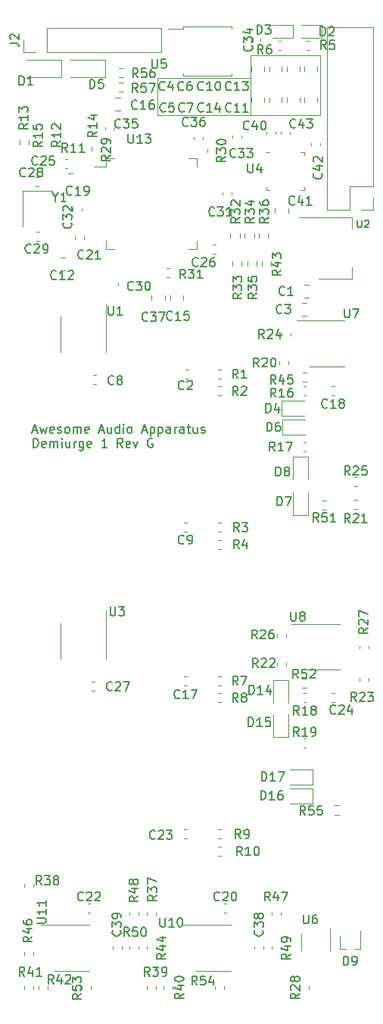
<source format=gbr>
G04 #@! TF.GenerationSoftware,KiCad,Pcbnew,6.0.6+dfsg-1*
G04 #@! TF.CreationDate,2022-10-02T17:16:31+02:00*
G04 #@! TF.ProjectId,demiurge,64656d69-7572-4676-952e-6b696361645f,G*
G04 #@! TF.SameCoordinates,Original*
G04 #@! TF.FileFunction,Legend,Top*
G04 #@! TF.FilePolarity,Positive*
%FSLAX46Y46*%
G04 Gerber Fmt 4.6, Leading zero omitted, Abs format (unit mm)*
G04 Created by KiCad (PCBNEW 6.0.6+dfsg-1) date 2022-10-02 17:16:31*
%MOMM*%
%LPD*%
G01*
G04 APERTURE LIST*
%ADD10C,0.120000*%
%ADD11C,0.150000*%
%ADD12C,0.152400*%
G04 APERTURE END LIST*
D10*
X102500000Y-54500000D02*
X110300000Y-54500000D01*
X110300000Y-54500000D02*
X110300000Y-61250000D01*
X110300000Y-61250000D02*
X102500000Y-61250000D01*
X102500000Y-61250000D02*
X102500000Y-54500000D01*
X92100000Y-57050000D02*
X102500000Y-57050000D01*
X102500000Y-57050000D02*
X102500000Y-61250000D01*
X102500000Y-61250000D02*
X92100000Y-61250000D01*
X92100000Y-61250000D02*
X92100000Y-57050000D01*
D11*
X78187976Y-96461666D02*
X78664166Y-96461666D01*
X78092738Y-96747380D02*
X78426071Y-95747380D01*
X78759404Y-96747380D01*
X78997500Y-96080714D02*
X79187976Y-96747380D01*
X79378452Y-96271190D01*
X79568928Y-96747380D01*
X79759404Y-96080714D01*
X80521309Y-96699761D02*
X80426071Y-96747380D01*
X80235595Y-96747380D01*
X80140357Y-96699761D01*
X80092738Y-96604523D01*
X80092738Y-96223571D01*
X80140357Y-96128333D01*
X80235595Y-96080714D01*
X80426071Y-96080714D01*
X80521309Y-96128333D01*
X80568928Y-96223571D01*
X80568928Y-96318809D01*
X80092738Y-96414047D01*
X80949880Y-96699761D02*
X81045119Y-96747380D01*
X81235595Y-96747380D01*
X81330833Y-96699761D01*
X81378452Y-96604523D01*
X81378452Y-96556904D01*
X81330833Y-96461666D01*
X81235595Y-96414047D01*
X81092738Y-96414047D01*
X80997500Y-96366428D01*
X80949880Y-96271190D01*
X80949880Y-96223571D01*
X80997500Y-96128333D01*
X81092738Y-96080714D01*
X81235595Y-96080714D01*
X81330833Y-96128333D01*
X81949880Y-96747380D02*
X81854642Y-96699761D01*
X81807023Y-96652142D01*
X81759404Y-96556904D01*
X81759404Y-96271190D01*
X81807023Y-96175952D01*
X81854642Y-96128333D01*
X81949880Y-96080714D01*
X82092738Y-96080714D01*
X82187976Y-96128333D01*
X82235595Y-96175952D01*
X82283214Y-96271190D01*
X82283214Y-96556904D01*
X82235595Y-96652142D01*
X82187976Y-96699761D01*
X82092738Y-96747380D01*
X81949880Y-96747380D01*
X82711785Y-96747380D02*
X82711785Y-96080714D01*
X82711785Y-96175952D02*
X82759404Y-96128333D01*
X82854642Y-96080714D01*
X82997500Y-96080714D01*
X83092738Y-96128333D01*
X83140357Y-96223571D01*
X83140357Y-96747380D01*
X83140357Y-96223571D02*
X83187976Y-96128333D01*
X83283214Y-96080714D01*
X83426071Y-96080714D01*
X83521309Y-96128333D01*
X83568928Y-96223571D01*
X83568928Y-96747380D01*
X84426071Y-96699761D02*
X84330833Y-96747380D01*
X84140357Y-96747380D01*
X84045119Y-96699761D01*
X83997500Y-96604523D01*
X83997500Y-96223571D01*
X84045119Y-96128333D01*
X84140357Y-96080714D01*
X84330833Y-96080714D01*
X84426071Y-96128333D01*
X84473690Y-96223571D01*
X84473690Y-96318809D01*
X83997500Y-96414047D01*
X85616547Y-96461666D02*
X86092738Y-96461666D01*
X85521309Y-96747380D02*
X85854642Y-95747380D01*
X86187976Y-96747380D01*
X86949880Y-96080714D02*
X86949880Y-96747380D01*
X86521309Y-96080714D02*
X86521309Y-96604523D01*
X86568928Y-96699761D01*
X86664166Y-96747380D01*
X86807023Y-96747380D01*
X86902261Y-96699761D01*
X86949880Y-96652142D01*
X87854642Y-96747380D02*
X87854642Y-95747380D01*
X87854642Y-96699761D02*
X87759404Y-96747380D01*
X87568928Y-96747380D01*
X87473690Y-96699761D01*
X87426071Y-96652142D01*
X87378452Y-96556904D01*
X87378452Y-96271190D01*
X87426071Y-96175952D01*
X87473690Y-96128333D01*
X87568928Y-96080714D01*
X87759404Y-96080714D01*
X87854642Y-96128333D01*
X88330833Y-96747380D02*
X88330833Y-96080714D01*
X88330833Y-95747380D02*
X88283214Y-95795000D01*
X88330833Y-95842619D01*
X88378452Y-95795000D01*
X88330833Y-95747380D01*
X88330833Y-95842619D01*
X88949880Y-96747380D02*
X88854642Y-96699761D01*
X88807023Y-96652142D01*
X88759404Y-96556904D01*
X88759404Y-96271190D01*
X88807023Y-96175952D01*
X88854642Y-96128333D01*
X88949880Y-96080714D01*
X89092738Y-96080714D01*
X89187976Y-96128333D01*
X89235595Y-96175952D01*
X89283214Y-96271190D01*
X89283214Y-96556904D01*
X89235595Y-96652142D01*
X89187976Y-96699761D01*
X89092738Y-96747380D01*
X88949880Y-96747380D01*
X90426071Y-96461666D02*
X90902261Y-96461666D01*
X90330833Y-96747380D02*
X90664166Y-95747380D01*
X90997500Y-96747380D01*
X91330833Y-96080714D02*
X91330833Y-97080714D01*
X91330833Y-96128333D02*
X91426071Y-96080714D01*
X91616547Y-96080714D01*
X91711785Y-96128333D01*
X91759404Y-96175952D01*
X91807023Y-96271190D01*
X91807023Y-96556904D01*
X91759404Y-96652142D01*
X91711785Y-96699761D01*
X91616547Y-96747380D01*
X91426071Y-96747380D01*
X91330833Y-96699761D01*
X92235595Y-96080714D02*
X92235595Y-97080714D01*
X92235595Y-96128333D02*
X92330833Y-96080714D01*
X92521309Y-96080714D01*
X92616547Y-96128333D01*
X92664166Y-96175952D01*
X92711785Y-96271190D01*
X92711785Y-96556904D01*
X92664166Y-96652142D01*
X92616547Y-96699761D01*
X92521309Y-96747380D01*
X92330833Y-96747380D01*
X92235595Y-96699761D01*
X93568928Y-96747380D02*
X93568928Y-96223571D01*
X93521309Y-96128333D01*
X93426071Y-96080714D01*
X93235595Y-96080714D01*
X93140357Y-96128333D01*
X93568928Y-96699761D02*
X93473690Y-96747380D01*
X93235595Y-96747380D01*
X93140357Y-96699761D01*
X93092738Y-96604523D01*
X93092738Y-96509285D01*
X93140357Y-96414047D01*
X93235595Y-96366428D01*
X93473690Y-96366428D01*
X93568928Y-96318809D01*
X94045119Y-96747380D02*
X94045119Y-96080714D01*
X94045119Y-96271190D02*
X94092738Y-96175952D01*
X94140357Y-96128333D01*
X94235595Y-96080714D01*
X94330833Y-96080714D01*
X95092738Y-96747380D02*
X95092738Y-96223571D01*
X95045119Y-96128333D01*
X94949880Y-96080714D01*
X94759404Y-96080714D01*
X94664166Y-96128333D01*
X95092738Y-96699761D02*
X94997500Y-96747380D01*
X94759404Y-96747380D01*
X94664166Y-96699761D01*
X94616547Y-96604523D01*
X94616547Y-96509285D01*
X94664166Y-96414047D01*
X94759404Y-96366428D01*
X94997500Y-96366428D01*
X95092738Y-96318809D01*
X95426071Y-96080714D02*
X95807023Y-96080714D01*
X95568928Y-95747380D02*
X95568928Y-96604523D01*
X95616547Y-96699761D01*
X95711785Y-96747380D01*
X95807023Y-96747380D01*
X96568928Y-96080714D02*
X96568928Y-96747380D01*
X96140357Y-96080714D02*
X96140357Y-96604523D01*
X96187976Y-96699761D01*
X96283214Y-96747380D01*
X96426071Y-96747380D01*
X96521309Y-96699761D01*
X96568928Y-96652142D01*
X96997500Y-96699761D02*
X97092738Y-96747380D01*
X97283214Y-96747380D01*
X97378452Y-96699761D01*
X97426071Y-96604523D01*
X97426071Y-96556904D01*
X97378452Y-96461666D01*
X97283214Y-96414047D01*
X97140357Y-96414047D01*
X97045119Y-96366428D01*
X96997500Y-96271190D01*
X96997500Y-96223571D01*
X97045119Y-96128333D01*
X97140357Y-96080714D01*
X97283214Y-96080714D01*
X97378452Y-96128333D01*
X78235595Y-98357380D02*
X78235595Y-97357380D01*
X78473690Y-97357380D01*
X78616547Y-97405000D01*
X78711785Y-97500238D01*
X78759404Y-97595476D01*
X78807023Y-97785952D01*
X78807023Y-97928809D01*
X78759404Y-98119285D01*
X78711785Y-98214523D01*
X78616547Y-98309761D01*
X78473690Y-98357380D01*
X78235595Y-98357380D01*
X79616547Y-98309761D02*
X79521309Y-98357380D01*
X79330833Y-98357380D01*
X79235595Y-98309761D01*
X79187976Y-98214523D01*
X79187976Y-97833571D01*
X79235595Y-97738333D01*
X79330833Y-97690714D01*
X79521309Y-97690714D01*
X79616547Y-97738333D01*
X79664166Y-97833571D01*
X79664166Y-97928809D01*
X79187976Y-98024047D01*
X80092738Y-98357380D02*
X80092738Y-97690714D01*
X80092738Y-97785952D02*
X80140357Y-97738333D01*
X80235595Y-97690714D01*
X80378452Y-97690714D01*
X80473690Y-97738333D01*
X80521309Y-97833571D01*
X80521309Y-98357380D01*
X80521309Y-97833571D02*
X80568928Y-97738333D01*
X80664166Y-97690714D01*
X80807023Y-97690714D01*
X80902261Y-97738333D01*
X80949880Y-97833571D01*
X80949880Y-98357380D01*
X81426071Y-98357380D02*
X81426071Y-97690714D01*
X81426071Y-97357380D02*
X81378452Y-97405000D01*
X81426071Y-97452619D01*
X81473690Y-97405000D01*
X81426071Y-97357380D01*
X81426071Y-97452619D01*
X82330833Y-97690714D02*
X82330833Y-98357380D01*
X81902261Y-97690714D02*
X81902261Y-98214523D01*
X81949880Y-98309761D01*
X82045119Y-98357380D01*
X82187976Y-98357380D01*
X82283214Y-98309761D01*
X82330833Y-98262142D01*
X82807023Y-98357380D02*
X82807023Y-97690714D01*
X82807023Y-97881190D02*
X82854642Y-97785952D01*
X82902261Y-97738333D01*
X82997500Y-97690714D01*
X83092738Y-97690714D01*
X83854642Y-97690714D02*
X83854642Y-98500238D01*
X83807023Y-98595476D01*
X83759404Y-98643095D01*
X83664166Y-98690714D01*
X83521309Y-98690714D01*
X83426071Y-98643095D01*
X83854642Y-98309761D02*
X83759404Y-98357380D01*
X83568928Y-98357380D01*
X83473690Y-98309761D01*
X83426071Y-98262142D01*
X83378452Y-98166904D01*
X83378452Y-97881190D01*
X83426071Y-97785952D01*
X83473690Y-97738333D01*
X83568928Y-97690714D01*
X83759404Y-97690714D01*
X83854642Y-97738333D01*
X84711785Y-98309761D02*
X84616547Y-98357380D01*
X84426071Y-98357380D01*
X84330833Y-98309761D01*
X84283214Y-98214523D01*
X84283214Y-97833571D01*
X84330833Y-97738333D01*
X84426071Y-97690714D01*
X84616547Y-97690714D01*
X84711785Y-97738333D01*
X84759404Y-97833571D01*
X84759404Y-97928809D01*
X84283214Y-98024047D01*
X86473690Y-98357380D02*
X85902261Y-98357380D01*
X86187976Y-98357380D02*
X86187976Y-97357380D01*
X86092738Y-97500238D01*
X85997500Y-97595476D01*
X85902261Y-97643095D01*
X88235595Y-98357380D02*
X87902261Y-97881190D01*
X87664166Y-98357380D02*
X87664166Y-97357380D01*
X88045119Y-97357380D01*
X88140357Y-97405000D01*
X88187976Y-97452619D01*
X88235595Y-97547857D01*
X88235595Y-97690714D01*
X88187976Y-97785952D01*
X88140357Y-97833571D01*
X88045119Y-97881190D01*
X87664166Y-97881190D01*
X89045119Y-98309761D02*
X88949880Y-98357380D01*
X88759404Y-98357380D01*
X88664166Y-98309761D01*
X88616547Y-98214523D01*
X88616547Y-97833571D01*
X88664166Y-97738333D01*
X88759404Y-97690714D01*
X88949880Y-97690714D01*
X89045119Y-97738333D01*
X89092738Y-97833571D01*
X89092738Y-97928809D01*
X88616547Y-98024047D01*
X89426071Y-97690714D02*
X89664166Y-98357380D01*
X89902261Y-97690714D01*
X91568928Y-97405000D02*
X91473690Y-97357380D01*
X91330833Y-97357380D01*
X91187976Y-97405000D01*
X91092738Y-97500238D01*
X91045119Y-97595476D01*
X90997500Y-97785952D01*
X90997500Y-97928809D01*
X91045119Y-98119285D01*
X91092738Y-98214523D01*
X91187976Y-98309761D01*
X91330833Y-98357380D01*
X91426071Y-98357380D01*
X91568928Y-98309761D01*
X91616547Y-98262142D01*
X91616547Y-97928809D01*
X91426071Y-97928809D01*
D12*
X83857142Y-77207142D02*
X83809523Y-77254761D01*
X83666666Y-77302380D01*
X83571428Y-77302380D01*
X83428571Y-77254761D01*
X83333333Y-77159523D01*
X83285714Y-77064285D01*
X83238095Y-76873809D01*
X83238095Y-76730952D01*
X83285714Y-76540476D01*
X83333333Y-76445238D01*
X83428571Y-76350000D01*
X83571428Y-76302380D01*
X83666666Y-76302380D01*
X83809523Y-76350000D01*
X83857142Y-76397619D01*
X84238095Y-76397619D02*
X84285714Y-76350000D01*
X84380952Y-76302380D01*
X84619047Y-76302380D01*
X84714285Y-76350000D01*
X84761904Y-76397619D01*
X84809523Y-76492857D01*
X84809523Y-76588095D01*
X84761904Y-76730952D01*
X84190476Y-77302380D01*
X84809523Y-77302380D01*
X85761904Y-77302380D02*
X85190476Y-77302380D01*
X85476190Y-77302380D02*
X85476190Y-76302380D01*
X85380952Y-76445238D01*
X85285714Y-76540476D01*
X85190476Y-76588095D01*
X95083333Y-91797142D02*
X95035714Y-91844761D01*
X94892857Y-91892380D01*
X94797619Y-91892380D01*
X94654761Y-91844761D01*
X94559523Y-91749523D01*
X94511904Y-91654285D01*
X94464285Y-91463809D01*
X94464285Y-91320952D01*
X94511904Y-91130476D01*
X94559523Y-91035238D01*
X94654761Y-90940000D01*
X94797619Y-90892380D01*
X94892857Y-90892380D01*
X95035714Y-90940000D01*
X95083333Y-90987619D01*
X95464285Y-90987619D02*
X95511904Y-90940000D01*
X95607142Y-90892380D01*
X95845238Y-90892380D01*
X95940476Y-90940000D01*
X95988095Y-90987619D01*
X96035714Y-91082857D01*
X96035714Y-91178095D01*
X95988095Y-91320952D01*
X95416666Y-91892380D01*
X96035714Y-91892380D01*
X95083333Y-109069142D02*
X95035714Y-109116761D01*
X94892857Y-109164380D01*
X94797619Y-109164380D01*
X94654761Y-109116761D01*
X94559523Y-109021523D01*
X94511904Y-108926285D01*
X94464285Y-108735809D01*
X94464285Y-108592952D01*
X94511904Y-108402476D01*
X94559523Y-108307238D01*
X94654761Y-108212000D01*
X94797619Y-108164380D01*
X94892857Y-108164380D01*
X95035714Y-108212000D01*
X95083333Y-108259619D01*
X95559523Y-109164380D02*
X95750000Y-109164380D01*
X95845238Y-109116761D01*
X95892857Y-109069142D01*
X95988095Y-108926285D01*
X96035714Y-108735809D01*
X96035714Y-108354857D01*
X95988095Y-108259619D01*
X95940476Y-108212000D01*
X95845238Y-108164380D01*
X95654761Y-108164380D01*
X95559523Y-108212000D01*
X95511904Y-108259619D01*
X95464285Y-108354857D01*
X95464285Y-108592952D01*
X95511904Y-108688190D01*
X95559523Y-108735809D01*
X95654761Y-108783428D01*
X95845238Y-108783428D01*
X95940476Y-108735809D01*
X95988095Y-108688190D01*
X96035714Y-108592952D01*
X91857142Y-142057142D02*
X91809523Y-142104761D01*
X91666666Y-142152380D01*
X91571428Y-142152380D01*
X91428571Y-142104761D01*
X91333333Y-142009523D01*
X91285714Y-141914285D01*
X91238095Y-141723809D01*
X91238095Y-141580952D01*
X91285714Y-141390476D01*
X91333333Y-141295238D01*
X91428571Y-141200000D01*
X91571428Y-141152380D01*
X91666666Y-141152380D01*
X91809523Y-141200000D01*
X91857142Y-141247619D01*
X92238095Y-141247619D02*
X92285714Y-141200000D01*
X92380952Y-141152380D01*
X92619047Y-141152380D01*
X92714285Y-141200000D01*
X92761904Y-141247619D01*
X92809523Y-141342857D01*
X92809523Y-141438095D01*
X92761904Y-141580952D01*
X92190476Y-142152380D01*
X92809523Y-142152380D01*
X93142857Y-141152380D02*
X93761904Y-141152380D01*
X93428571Y-141533333D01*
X93571428Y-141533333D01*
X93666666Y-141580952D01*
X93714285Y-141628571D01*
X93761904Y-141723809D01*
X93761904Y-141961904D01*
X93714285Y-142057142D01*
X93666666Y-142104761D01*
X93571428Y-142152380D01*
X93285714Y-142152380D01*
X93190476Y-142104761D01*
X93142857Y-142057142D01*
X101233333Y-107767380D02*
X100900000Y-107291190D01*
X100661904Y-107767380D02*
X100661904Y-106767380D01*
X101042857Y-106767380D01*
X101138095Y-106815000D01*
X101185714Y-106862619D01*
X101233333Y-106957857D01*
X101233333Y-107100714D01*
X101185714Y-107195952D01*
X101138095Y-107243571D01*
X101042857Y-107291190D01*
X100661904Y-107291190D01*
X101566666Y-106767380D02*
X102185714Y-106767380D01*
X101852380Y-107148333D01*
X101995238Y-107148333D01*
X102090476Y-107195952D01*
X102138095Y-107243571D01*
X102185714Y-107338809D01*
X102185714Y-107576904D01*
X102138095Y-107672142D01*
X102090476Y-107719761D01*
X101995238Y-107767380D01*
X101709523Y-107767380D01*
X101614285Y-107719761D01*
X101566666Y-107672142D01*
X101233333Y-109672380D02*
X100900000Y-109196190D01*
X100661904Y-109672380D02*
X100661904Y-108672380D01*
X101042857Y-108672380D01*
X101138095Y-108720000D01*
X101185714Y-108767619D01*
X101233333Y-108862857D01*
X101233333Y-109005714D01*
X101185714Y-109100952D01*
X101138095Y-109148571D01*
X101042857Y-109196190D01*
X100661904Y-109196190D01*
X102090476Y-109005714D02*
X102090476Y-109672380D01*
X101852380Y-108624761D02*
X101614285Y-109339047D01*
X102233333Y-109339047D01*
X101133333Y-124912380D02*
X100800000Y-124436190D01*
X100561904Y-124912380D02*
X100561904Y-123912380D01*
X100942857Y-123912380D01*
X101038095Y-123960000D01*
X101085714Y-124007619D01*
X101133333Y-124102857D01*
X101133333Y-124245714D01*
X101085714Y-124340952D01*
X101038095Y-124388571D01*
X100942857Y-124436190D01*
X100561904Y-124436190D01*
X101466666Y-123912380D02*
X102133333Y-123912380D01*
X101704761Y-124912380D01*
X101133333Y-126817380D02*
X100800000Y-126341190D01*
X100561904Y-126817380D02*
X100561904Y-125817380D01*
X100942857Y-125817380D01*
X101038095Y-125865000D01*
X101085714Y-125912619D01*
X101133333Y-126007857D01*
X101133333Y-126150714D01*
X101085714Y-126245952D01*
X101038095Y-126293571D01*
X100942857Y-126341190D01*
X100561904Y-126341190D01*
X101704761Y-126245952D02*
X101609523Y-126198333D01*
X101561904Y-126150714D01*
X101514285Y-126055476D01*
X101514285Y-126007857D01*
X101561904Y-125912619D01*
X101609523Y-125865000D01*
X101704761Y-125817380D01*
X101895238Y-125817380D01*
X101990476Y-125865000D01*
X102038095Y-125912619D01*
X102085714Y-126007857D01*
X102085714Y-126055476D01*
X102038095Y-126150714D01*
X101990476Y-126198333D01*
X101895238Y-126245952D01*
X101704761Y-126245952D01*
X101609523Y-126293571D01*
X101561904Y-126341190D01*
X101514285Y-126436428D01*
X101514285Y-126626904D01*
X101561904Y-126722142D01*
X101609523Y-126769761D01*
X101704761Y-126817380D01*
X101895238Y-126817380D01*
X101990476Y-126769761D01*
X102038095Y-126722142D01*
X102085714Y-126626904D01*
X102085714Y-126436428D01*
X102038095Y-126341190D01*
X101990476Y-126293571D01*
X101895238Y-126245952D01*
X105257142Y-98752380D02*
X104923809Y-98276190D01*
X104685714Y-98752380D02*
X104685714Y-97752380D01*
X105066666Y-97752380D01*
X105161904Y-97800000D01*
X105209523Y-97847619D01*
X105257142Y-97942857D01*
X105257142Y-98085714D01*
X105209523Y-98180952D01*
X105161904Y-98228571D01*
X105066666Y-98276190D01*
X104685714Y-98276190D01*
X106209523Y-98752380D02*
X105638095Y-98752380D01*
X105923809Y-98752380D02*
X105923809Y-97752380D01*
X105828571Y-97895238D01*
X105733333Y-97990476D01*
X105638095Y-98038095D01*
X106542857Y-97752380D02*
X107209523Y-97752380D01*
X106780952Y-98752380D01*
X101433333Y-142057380D02*
X101100000Y-141581190D01*
X100861904Y-142057380D02*
X100861904Y-141057380D01*
X101242857Y-141057380D01*
X101338095Y-141105000D01*
X101385714Y-141152619D01*
X101433333Y-141247857D01*
X101433333Y-141390714D01*
X101385714Y-141485952D01*
X101338095Y-141533571D01*
X101242857Y-141581190D01*
X100861904Y-141581190D01*
X101909523Y-142057380D02*
X102100000Y-142057380D01*
X102195238Y-142009761D01*
X102242857Y-141962142D01*
X102338095Y-141819285D01*
X102385714Y-141628809D01*
X102385714Y-141247857D01*
X102338095Y-141152619D01*
X102290476Y-141105000D01*
X102195238Y-141057380D01*
X102004761Y-141057380D01*
X101909523Y-141105000D01*
X101861904Y-141152619D01*
X101814285Y-141247857D01*
X101814285Y-141485952D01*
X101861904Y-141581190D01*
X101909523Y-141628809D01*
X102004761Y-141676428D01*
X102195238Y-141676428D01*
X102290476Y-141628809D01*
X102338095Y-141581190D01*
X102385714Y-141485952D01*
X101592142Y-143962380D02*
X101258809Y-143486190D01*
X101020714Y-143962380D02*
X101020714Y-142962380D01*
X101401666Y-142962380D01*
X101496904Y-143010000D01*
X101544523Y-143057619D01*
X101592142Y-143152857D01*
X101592142Y-143295714D01*
X101544523Y-143390952D01*
X101496904Y-143438571D01*
X101401666Y-143486190D01*
X101020714Y-143486190D01*
X102544523Y-143962380D02*
X101973095Y-143962380D01*
X102258809Y-143962380D02*
X102258809Y-142962380D01*
X102163571Y-143105238D01*
X102068333Y-143200476D01*
X101973095Y-143248095D01*
X103163571Y-142962380D02*
X103258809Y-142962380D01*
X103354047Y-143010000D01*
X103401666Y-143057619D01*
X103449285Y-143152857D01*
X103496904Y-143343333D01*
X103496904Y-143581428D01*
X103449285Y-143771904D01*
X103401666Y-143867142D01*
X103354047Y-143914761D01*
X103258809Y-143962380D01*
X103163571Y-143962380D01*
X103068333Y-143914761D01*
X103020714Y-143867142D01*
X102973095Y-143771904D01*
X102925476Y-143581428D01*
X102925476Y-143343333D01*
X102973095Y-143152857D01*
X103020714Y-143057619D01*
X103068333Y-143010000D01*
X103163571Y-142962380D01*
X104057142Y-86152380D02*
X103723809Y-85676190D01*
X103485714Y-86152380D02*
X103485714Y-85152380D01*
X103866666Y-85152380D01*
X103961904Y-85200000D01*
X104009523Y-85247619D01*
X104057142Y-85342857D01*
X104057142Y-85485714D01*
X104009523Y-85580952D01*
X103961904Y-85628571D01*
X103866666Y-85676190D01*
X103485714Y-85676190D01*
X104438095Y-85247619D02*
X104485714Y-85200000D01*
X104580952Y-85152380D01*
X104819047Y-85152380D01*
X104914285Y-85200000D01*
X104961904Y-85247619D01*
X105009523Y-85342857D01*
X105009523Y-85438095D01*
X104961904Y-85580952D01*
X104390476Y-86152380D01*
X105009523Y-86152380D01*
X105866666Y-85485714D02*
X105866666Y-86152380D01*
X105628571Y-85104761D02*
X105390476Y-85819047D01*
X106009523Y-85819047D01*
X92052380Y-148442857D02*
X91576190Y-148776190D01*
X92052380Y-149014285D02*
X91052380Y-149014285D01*
X91052380Y-148633333D01*
X91100000Y-148538095D01*
X91147619Y-148490476D01*
X91242857Y-148442857D01*
X91385714Y-148442857D01*
X91480952Y-148490476D01*
X91528571Y-148538095D01*
X91576190Y-148633333D01*
X91576190Y-149014285D01*
X91052380Y-148109523D02*
X91052380Y-147490476D01*
X91433333Y-147823809D01*
X91433333Y-147680952D01*
X91480952Y-147585714D01*
X91528571Y-147538095D01*
X91623809Y-147490476D01*
X91861904Y-147490476D01*
X91957142Y-147538095D01*
X92004761Y-147585714D01*
X92052380Y-147680952D01*
X92052380Y-147966666D01*
X92004761Y-148061904D01*
X91957142Y-148109523D01*
X91052380Y-147157142D02*
X91052380Y-146490476D01*
X92052380Y-146919047D01*
X91257142Y-157452380D02*
X90923809Y-156976190D01*
X90685714Y-157452380D02*
X90685714Y-156452380D01*
X91066666Y-156452380D01*
X91161904Y-156500000D01*
X91209523Y-156547619D01*
X91257142Y-156642857D01*
X91257142Y-156785714D01*
X91209523Y-156880952D01*
X91161904Y-156928571D01*
X91066666Y-156976190D01*
X90685714Y-156976190D01*
X91590476Y-156452380D02*
X92209523Y-156452380D01*
X91876190Y-156833333D01*
X92019047Y-156833333D01*
X92114285Y-156880952D01*
X92161904Y-156928571D01*
X92209523Y-157023809D01*
X92209523Y-157261904D01*
X92161904Y-157357142D01*
X92114285Y-157404761D01*
X92019047Y-157452380D01*
X91733333Y-157452380D01*
X91638095Y-157404761D01*
X91590476Y-157357142D01*
X92685714Y-157452380D02*
X92876190Y-157452380D01*
X92971428Y-157404761D01*
X93019047Y-157357142D01*
X93114285Y-157214285D01*
X93161904Y-157023809D01*
X93161904Y-156642857D01*
X93114285Y-156547619D01*
X93066666Y-156500000D01*
X92971428Y-156452380D01*
X92780952Y-156452380D01*
X92685714Y-156500000D01*
X92638095Y-156547619D01*
X92590476Y-156642857D01*
X92590476Y-156880952D01*
X92638095Y-156976190D01*
X92685714Y-157023809D01*
X92780952Y-157071428D01*
X92971428Y-157071428D01*
X93066666Y-157023809D01*
X93114285Y-156976190D01*
X93161904Y-156880952D01*
X95052380Y-159392857D02*
X94576190Y-159726190D01*
X95052380Y-159964285D02*
X94052380Y-159964285D01*
X94052380Y-159583333D01*
X94100000Y-159488095D01*
X94147619Y-159440476D01*
X94242857Y-159392857D01*
X94385714Y-159392857D01*
X94480952Y-159440476D01*
X94528571Y-159488095D01*
X94576190Y-159583333D01*
X94576190Y-159964285D01*
X94385714Y-158535714D02*
X95052380Y-158535714D01*
X94004761Y-158773809D02*
X94719047Y-159011904D01*
X94719047Y-158392857D01*
X94052380Y-157821428D02*
X94052380Y-157726190D01*
X94100000Y-157630952D01*
X94147619Y-157583333D01*
X94242857Y-157535714D01*
X94433333Y-157488095D01*
X94671428Y-157488095D01*
X94861904Y-157535714D01*
X94957142Y-157583333D01*
X95004761Y-157630952D01*
X95052380Y-157726190D01*
X95052380Y-157821428D01*
X95004761Y-157916666D01*
X94957142Y-157964285D01*
X94861904Y-158011904D01*
X94671428Y-158059523D01*
X94433333Y-158059523D01*
X94242857Y-158011904D01*
X94147619Y-157964285D01*
X94100000Y-157916666D01*
X94052380Y-157821428D01*
X93052380Y-154942857D02*
X92576190Y-155276190D01*
X93052380Y-155514285D02*
X92052380Y-155514285D01*
X92052380Y-155133333D01*
X92100000Y-155038095D01*
X92147619Y-154990476D01*
X92242857Y-154942857D01*
X92385714Y-154942857D01*
X92480952Y-154990476D01*
X92528571Y-155038095D01*
X92576190Y-155133333D01*
X92576190Y-155514285D01*
X92385714Y-154085714D02*
X93052380Y-154085714D01*
X92004761Y-154323809D02*
X92719047Y-154561904D01*
X92719047Y-153942857D01*
X92385714Y-153133333D02*
X93052380Y-153133333D01*
X92004761Y-153371428D02*
X92719047Y-153609523D01*
X92719047Y-152990476D01*
X114480723Y-72954895D02*
X114480723Y-73612876D01*
X114519428Y-73690285D01*
X114558133Y-73728990D01*
X114635542Y-73767695D01*
X114790361Y-73767695D01*
X114867771Y-73728990D01*
X114906476Y-73690285D01*
X114945180Y-73612876D01*
X114945180Y-72954895D01*
X115293523Y-73032304D02*
X115332228Y-72993600D01*
X115409638Y-72954895D01*
X115603161Y-72954895D01*
X115680571Y-72993600D01*
X115719276Y-73032304D01*
X115757980Y-73109714D01*
X115757980Y-73187123D01*
X115719276Y-73303238D01*
X115254819Y-73767695D01*
X115757980Y-73767695D01*
X110361904Y-52352380D02*
X110361904Y-51352380D01*
X110600000Y-51352380D01*
X110742857Y-51400000D01*
X110838095Y-51495238D01*
X110885714Y-51590476D01*
X110933333Y-51780952D01*
X110933333Y-51923809D01*
X110885714Y-52114285D01*
X110838095Y-52209523D01*
X110742857Y-52304761D01*
X110600000Y-52352380D01*
X110361904Y-52352380D01*
X111314285Y-51447619D02*
X111361904Y-51400000D01*
X111457142Y-51352380D01*
X111695238Y-51352380D01*
X111790476Y-51400000D01*
X111838095Y-51447619D01*
X111885714Y-51542857D01*
X111885714Y-51638095D01*
X111838095Y-51780952D01*
X111266666Y-52352380D01*
X111885714Y-52352380D01*
X103261904Y-52152380D02*
X103261904Y-51152380D01*
X103500000Y-51152380D01*
X103642857Y-51200000D01*
X103738095Y-51295238D01*
X103785714Y-51390476D01*
X103833333Y-51580952D01*
X103833333Y-51723809D01*
X103785714Y-51914285D01*
X103738095Y-52009523D01*
X103642857Y-52104761D01*
X103500000Y-52152380D01*
X103261904Y-52152380D01*
X104166666Y-51152380D02*
X104785714Y-51152380D01*
X104452380Y-51533333D01*
X104595238Y-51533333D01*
X104690476Y-51580952D01*
X104738095Y-51628571D01*
X104785714Y-51723809D01*
X104785714Y-51961904D01*
X104738095Y-52057142D01*
X104690476Y-52104761D01*
X104595238Y-52152380D01*
X104309523Y-52152380D01*
X104214285Y-52104761D01*
X104166666Y-52057142D01*
X103933333Y-54352380D02*
X103600000Y-53876190D01*
X103361904Y-54352380D02*
X103361904Y-53352380D01*
X103742857Y-53352380D01*
X103838095Y-53400000D01*
X103885714Y-53447619D01*
X103933333Y-53542857D01*
X103933333Y-53685714D01*
X103885714Y-53780952D01*
X103838095Y-53828571D01*
X103742857Y-53876190D01*
X103361904Y-53876190D01*
X104790476Y-53352380D02*
X104600000Y-53352380D01*
X104504761Y-53400000D01*
X104457142Y-53447619D01*
X104361904Y-53590476D01*
X104314285Y-53780952D01*
X104314285Y-54161904D01*
X104361904Y-54257142D01*
X104409523Y-54304761D01*
X104504761Y-54352380D01*
X104695238Y-54352380D01*
X104790476Y-54304761D01*
X104838095Y-54257142D01*
X104885714Y-54161904D01*
X104885714Y-53923809D01*
X104838095Y-53828571D01*
X104790476Y-53780952D01*
X104695238Y-53733333D01*
X104504761Y-53733333D01*
X104409523Y-53780952D01*
X104361904Y-53828571D01*
X104314285Y-53923809D01*
X111003333Y-53858380D02*
X110670000Y-53382190D01*
X110431904Y-53858380D02*
X110431904Y-52858380D01*
X110812857Y-52858380D01*
X110908095Y-52906000D01*
X110955714Y-52953619D01*
X111003333Y-53048857D01*
X111003333Y-53191714D01*
X110955714Y-53286952D01*
X110908095Y-53334571D01*
X110812857Y-53382190D01*
X110431904Y-53382190D01*
X111908095Y-52858380D02*
X111431904Y-52858380D01*
X111384285Y-53334571D01*
X111431904Y-53286952D01*
X111527142Y-53239333D01*
X111765238Y-53239333D01*
X111860476Y-53286952D01*
X111908095Y-53334571D01*
X111955714Y-53429809D01*
X111955714Y-53667904D01*
X111908095Y-53763142D01*
X111860476Y-53810761D01*
X111765238Y-53858380D01*
X111527142Y-53858380D01*
X111431904Y-53810761D01*
X111384285Y-53763142D01*
X107038095Y-116752380D02*
X107038095Y-117561904D01*
X107085714Y-117657142D01*
X107133333Y-117704761D01*
X107228571Y-117752380D01*
X107419047Y-117752380D01*
X107514285Y-117704761D01*
X107561904Y-117657142D01*
X107609523Y-117561904D01*
X107609523Y-116752380D01*
X108228571Y-117180952D02*
X108133333Y-117133333D01*
X108085714Y-117085714D01*
X108038095Y-116990476D01*
X108038095Y-116942857D01*
X108085714Y-116847619D01*
X108133333Y-116800000D01*
X108228571Y-116752380D01*
X108419047Y-116752380D01*
X108514285Y-116800000D01*
X108561904Y-116847619D01*
X108609523Y-116942857D01*
X108609523Y-116990476D01*
X108561904Y-117085714D01*
X108514285Y-117133333D01*
X108419047Y-117180952D01*
X108228571Y-117180952D01*
X108133333Y-117228571D01*
X108085714Y-117276190D01*
X108038095Y-117371428D01*
X108038095Y-117561904D01*
X108085714Y-117657142D01*
X108133333Y-117704761D01*
X108228571Y-117752380D01*
X108419047Y-117752380D01*
X108514285Y-117704761D01*
X108561904Y-117657142D01*
X108609523Y-117561904D01*
X108609523Y-117371428D01*
X108561904Y-117276190D01*
X108514285Y-117228571D01*
X108419047Y-117180952D01*
X93773142Y-84039142D02*
X93725523Y-84086761D01*
X93582666Y-84134380D01*
X93487428Y-84134380D01*
X93344571Y-84086761D01*
X93249333Y-83991523D01*
X93201714Y-83896285D01*
X93154095Y-83705809D01*
X93154095Y-83562952D01*
X93201714Y-83372476D01*
X93249333Y-83277238D01*
X93344571Y-83182000D01*
X93487428Y-83134380D01*
X93582666Y-83134380D01*
X93725523Y-83182000D01*
X93773142Y-83229619D01*
X94725523Y-84134380D02*
X94154095Y-84134380D01*
X94439809Y-84134380D02*
X94439809Y-83134380D01*
X94344571Y-83277238D01*
X94249333Y-83372476D01*
X94154095Y-83420095D01*
X95630285Y-83134380D02*
X95154095Y-83134380D01*
X95106476Y-83610571D01*
X95154095Y-83562952D01*
X95249333Y-83515333D01*
X95487428Y-83515333D01*
X95582666Y-83562952D01*
X95630285Y-83610571D01*
X95677904Y-83705809D01*
X95677904Y-83943904D01*
X95630285Y-84039142D01*
X95582666Y-84086761D01*
X95487428Y-84134380D01*
X95249333Y-84134380D01*
X95154095Y-84086761D01*
X95106476Y-84039142D01*
X111117142Y-93862142D02*
X111069523Y-93909761D01*
X110926666Y-93957380D01*
X110831428Y-93957380D01*
X110688571Y-93909761D01*
X110593333Y-93814523D01*
X110545714Y-93719285D01*
X110498095Y-93528809D01*
X110498095Y-93385952D01*
X110545714Y-93195476D01*
X110593333Y-93100238D01*
X110688571Y-93005000D01*
X110831428Y-92957380D01*
X110926666Y-92957380D01*
X111069523Y-93005000D01*
X111117142Y-93052619D01*
X112069523Y-93957380D02*
X111498095Y-93957380D01*
X111783809Y-93957380D02*
X111783809Y-92957380D01*
X111688571Y-93100238D01*
X111593333Y-93195476D01*
X111498095Y-93243095D01*
X112640952Y-93385952D02*
X112545714Y-93338333D01*
X112498095Y-93290714D01*
X112450476Y-93195476D01*
X112450476Y-93147857D01*
X112498095Y-93052619D01*
X112545714Y-93005000D01*
X112640952Y-92957380D01*
X112831428Y-92957380D01*
X112926666Y-93005000D01*
X112974285Y-93052619D01*
X113021904Y-93147857D01*
X113021904Y-93195476D01*
X112974285Y-93290714D01*
X112926666Y-93338333D01*
X112831428Y-93385952D01*
X112640952Y-93385952D01*
X112545714Y-93433571D01*
X112498095Y-93481190D01*
X112450476Y-93576428D01*
X112450476Y-93766904D01*
X112498095Y-93862142D01*
X112545714Y-93909761D01*
X112640952Y-93957380D01*
X112831428Y-93957380D01*
X112926666Y-93909761D01*
X112974285Y-93862142D01*
X113021904Y-93766904D01*
X113021904Y-93576428D01*
X112974285Y-93481190D01*
X112926666Y-93433571D01*
X112831428Y-93385952D01*
X106333333Y-81256142D02*
X106285714Y-81303761D01*
X106142857Y-81351380D01*
X106047619Y-81351380D01*
X105904761Y-81303761D01*
X105809523Y-81208523D01*
X105761904Y-81113285D01*
X105714285Y-80922809D01*
X105714285Y-80779952D01*
X105761904Y-80589476D01*
X105809523Y-80494238D01*
X105904761Y-80399000D01*
X106047619Y-80351380D01*
X106142857Y-80351380D01*
X106285714Y-80399000D01*
X106333333Y-80446619D01*
X107285714Y-81351380D02*
X106714285Y-81351380D01*
X107000000Y-81351380D02*
X107000000Y-80351380D01*
X106904761Y-80494238D01*
X106809523Y-80589476D01*
X106714285Y-80637095D01*
X100357142Y-58357142D02*
X100309523Y-58404761D01*
X100166666Y-58452380D01*
X100071428Y-58452380D01*
X99928571Y-58404761D01*
X99833333Y-58309523D01*
X99785714Y-58214285D01*
X99738095Y-58023809D01*
X99738095Y-57880952D01*
X99785714Y-57690476D01*
X99833333Y-57595238D01*
X99928571Y-57500000D01*
X100071428Y-57452380D01*
X100166666Y-57452380D01*
X100309523Y-57500000D01*
X100357142Y-57547619D01*
X101309523Y-58452380D02*
X100738095Y-58452380D01*
X101023809Y-58452380D02*
X101023809Y-57452380D01*
X100928571Y-57595238D01*
X100833333Y-57690476D01*
X100738095Y-57738095D01*
X101642857Y-57452380D02*
X102261904Y-57452380D01*
X101928571Y-57833333D01*
X102071428Y-57833333D01*
X102166666Y-57880952D01*
X102214285Y-57928571D01*
X102261904Y-58023809D01*
X102261904Y-58261904D01*
X102214285Y-58357142D01*
X102166666Y-58404761D01*
X102071428Y-58452380D01*
X101785714Y-58452380D01*
X101690476Y-58404761D01*
X101642857Y-58357142D01*
X97257142Y-60757142D02*
X97209523Y-60804761D01*
X97066666Y-60852380D01*
X96971428Y-60852380D01*
X96828571Y-60804761D01*
X96733333Y-60709523D01*
X96685714Y-60614285D01*
X96638095Y-60423809D01*
X96638095Y-60280952D01*
X96685714Y-60090476D01*
X96733333Y-59995238D01*
X96828571Y-59900000D01*
X96971428Y-59852380D01*
X97066666Y-59852380D01*
X97209523Y-59900000D01*
X97257142Y-59947619D01*
X98209523Y-60852380D02*
X97638095Y-60852380D01*
X97923809Y-60852380D02*
X97923809Y-59852380D01*
X97828571Y-59995238D01*
X97733333Y-60090476D01*
X97638095Y-60138095D01*
X99066666Y-60185714D02*
X99066666Y-60852380D01*
X98828571Y-59804761D02*
X98590476Y-60519047D01*
X99209523Y-60519047D01*
X97257142Y-58357142D02*
X97209523Y-58404761D01*
X97066666Y-58452380D01*
X96971428Y-58452380D01*
X96828571Y-58404761D01*
X96733333Y-58309523D01*
X96685714Y-58214285D01*
X96638095Y-58023809D01*
X96638095Y-57880952D01*
X96685714Y-57690476D01*
X96733333Y-57595238D01*
X96828571Y-57500000D01*
X96971428Y-57452380D01*
X97066666Y-57452380D01*
X97209523Y-57500000D01*
X97257142Y-57547619D01*
X98209523Y-58452380D02*
X97638095Y-58452380D01*
X97923809Y-58452380D02*
X97923809Y-57452380D01*
X97828571Y-57595238D01*
X97733333Y-57690476D01*
X97638095Y-57738095D01*
X98828571Y-57452380D02*
X98923809Y-57452380D01*
X99019047Y-57500000D01*
X99066666Y-57547619D01*
X99114285Y-57642857D01*
X99161904Y-57833333D01*
X99161904Y-58071428D01*
X99114285Y-58261904D01*
X99066666Y-58357142D01*
X99019047Y-58404761D01*
X98923809Y-58452380D01*
X98828571Y-58452380D01*
X98733333Y-58404761D01*
X98685714Y-58357142D01*
X98638095Y-58261904D01*
X98590476Y-58071428D01*
X98590476Y-57833333D01*
X98638095Y-57642857D01*
X98685714Y-57547619D01*
X98733333Y-57500000D01*
X98828571Y-57452380D01*
X100357142Y-60757142D02*
X100309523Y-60804761D01*
X100166666Y-60852380D01*
X100071428Y-60852380D01*
X99928571Y-60804761D01*
X99833333Y-60709523D01*
X99785714Y-60614285D01*
X99738095Y-60423809D01*
X99738095Y-60280952D01*
X99785714Y-60090476D01*
X99833333Y-59995238D01*
X99928571Y-59900000D01*
X100071428Y-59852380D01*
X100166666Y-59852380D01*
X100309523Y-59900000D01*
X100357142Y-59947619D01*
X101309523Y-60852380D02*
X100738095Y-60852380D01*
X101023809Y-60852380D02*
X101023809Y-59852380D01*
X100928571Y-59995238D01*
X100833333Y-60090476D01*
X100738095Y-60138095D01*
X102261904Y-60852380D02*
X101690476Y-60852380D01*
X101976190Y-60852380D02*
X101976190Y-59852380D01*
X101880952Y-59995238D01*
X101785714Y-60090476D01*
X101690476Y-60138095D01*
X93033333Y-60757142D02*
X92985714Y-60804761D01*
X92842857Y-60852380D01*
X92747619Y-60852380D01*
X92604761Y-60804761D01*
X92509523Y-60709523D01*
X92461904Y-60614285D01*
X92414285Y-60423809D01*
X92414285Y-60280952D01*
X92461904Y-60090476D01*
X92509523Y-59995238D01*
X92604761Y-59900000D01*
X92747619Y-59852380D01*
X92842857Y-59852380D01*
X92985714Y-59900000D01*
X93033333Y-59947619D01*
X93938095Y-59852380D02*
X93461904Y-59852380D01*
X93414285Y-60328571D01*
X93461904Y-60280952D01*
X93557142Y-60233333D01*
X93795238Y-60233333D01*
X93890476Y-60280952D01*
X93938095Y-60328571D01*
X93985714Y-60423809D01*
X93985714Y-60661904D01*
X93938095Y-60757142D01*
X93890476Y-60804761D01*
X93795238Y-60852380D01*
X93557142Y-60852380D01*
X93461904Y-60804761D01*
X93414285Y-60757142D01*
X96657142Y-78057142D02*
X96609523Y-78104761D01*
X96466666Y-78152380D01*
X96371428Y-78152380D01*
X96228571Y-78104761D01*
X96133333Y-78009523D01*
X96085714Y-77914285D01*
X96038095Y-77723809D01*
X96038095Y-77580952D01*
X96085714Y-77390476D01*
X96133333Y-77295238D01*
X96228571Y-77200000D01*
X96371428Y-77152380D01*
X96466666Y-77152380D01*
X96609523Y-77200000D01*
X96657142Y-77247619D01*
X97038095Y-77247619D02*
X97085714Y-77200000D01*
X97180952Y-77152380D01*
X97419047Y-77152380D01*
X97514285Y-77200000D01*
X97561904Y-77247619D01*
X97609523Y-77342857D01*
X97609523Y-77438095D01*
X97561904Y-77580952D01*
X96990476Y-78152380D01*
X97609523Y-78152380D01*
X98466666Y-77152380D02*
X98276190Y-77152380D01*
X98180952Y-77200000D01*
X98133333Y-77247619D01*
X98038095Y-77390476D01*
X97990476Y-77580952D01*
X97990476Y-77961904D01*
X98038095Y-78057142D01*
X98085714Y-78104761D01*
X98180952Y-78152380D01*
X98371428Y-78152380D01*
X98466666Y-78104761D01*
X98514285Y-78057142D01*
X98561904Y-77961904D01*
X98561904Y-77723809D01*
X98514285Y-77628571D01*
X98466666Y-77580952D01*
X98371428Y-77533333D01*
X98180952Y-77533333D01*
X98085714Y-77580952D01*
X98038095Y-77628571D01*
X97990476Y-77723809D01*
X87957142Y-152342857D02*
X88004761Y-152390476D01*
X88052380Y-152533333D01*
X88052380Y-152628571D01*
X88004761Y-152771428D01*
X87909523Y-152866666D01*
X87814285Y-152914285D01*
X87623809Y-152961904D01*
X87480952Y-152961904D01*
X87290476Y-152914285D01*
X87195238Y-152866666D01*
X87100000Y-152771428D01*
X87052380Y-152628571D01*
X87052380Y-152533333D01*
X87100000Y-152390476D01*
X87147619Y-152342857D01*
X87052380Y-152009523D02*
X87052380Y-151390476D01*
X87433333Y-151723809D01*
X87433333Y-151580952D01*
X87480952Y-151485714D01*
X87528571Y-151438095D01*
X87623809Y-151390476D01*
X87861904Y-151390476D01*
X87957142Y-151438095D01*
X88004761Y-151485714D01*
X88052380Y-151580952D01*
X88052380Y-151866666D01*
X88004761Y-151961904D01*
X87957142Y-152009523D01*
X88052380Y-150914285D02*
X88052380Y-150723809D01*
X88004761Y-150628571D01*
X87957142Y-150580952D01*
X87814285Y-150485714D01*
X87623809Y-150438095D01*
X87242857Y-150438095D01*
X87147619Y-150485714D01*
X87100000Y-150533333D01*
X87052380Y-150628571D01*
X87052380Y-150819047D01*
X87100000Y-150914285D01*
X87147619Y-150961904D01*
X87242857Y-151009523D01*
X87480952Y-151009523D01*
X87576190Y-150961904D01*
X87623809Y-150914285D01*
X87671428Y-150819047D01*
X87671428Y-150628571D01*
X87623809Y-150533333D01*
X87576190Y-150485714D01*
X87480952Y-150438095D01*
X79157142Y-147252380D02*
X78823809Y-146776190D01*
X78585714Y-147252380D02*
X78585714Y-146252380D01*
X78966666Y-146252380D01*
X79061904Y-146300000D01*
X79109523Y-146347619D01*
X79157142Y-146442857D01*
X79157142Y-146585714D01*
X79109523Y-146680952D01*
X79061904Y-146728571D01*
X78966666Y-146776190D01*
X78585714Y-146776190D01*
X79490476Y-146252380D02*
X80109523Y-146252380D01*
X79776190Y-146633333D01*
X79919047Y-146633333D01*
X80014285Y-146680952D01*
X80061904Y-146728571D01*
X80109523Y-146823809D01*
X80109523Y-147061904D01*
X80061904Y-147157142D01*
X80014285Y-147204761D01*
X79919047Y-147252380D01*
X79633333Y-147252380D01*
X79538095Y-147204761D01*
X79490476Y-147157142D01*
X80680952Y-146680952D02*
X80585714Y-146633333D01*
X80538095Y-146585714D01*
X80490476Y-146490476D01*
X80490476Y-146442857D01*
X80538095Y-146347619D01*
X80585714Y-146300000D01*
X80680952Y-146252380D01*
X80871428Y-146252380D01*
X80966666Y-146300000D01*
X81014285Y-146347619D01*
X81061904Y-146442857D01*
X81061904Y-146490476D01*
X81014285Y-146585714D01*
X80966666Y-146633333D01*
X80871428Y-146680952D01*
X80680952Y-146680952D01*
X80585714Y-146728571D01*
X80538095Y-146776190D01*
X80490476Y-146871428D01*
X80490476Y-147061904D01*
X80538095Y-147157142D01*
X80585714Y-147204761D01*
X80680952Y-147252380D01*
X80871428Y-147252380D01*
X80966666Y-147204761D01*
X81014285Y-147157142D01*
X81061904Y-147061904D01*
X81061904Y-146871428D01*
X81014285Y-146776190D01*
X80966666Y-146728571D01*
X80871428Y-146680952D01*
X78102380Y-153042857D02*
X77626190Y-153376190D01*
X78102380Y-153614285D02*
X77102380Y-153614285D01*
X77102380Y-153233333D01*
X77150000Y-153138095D01*
X77197619Y-153090476D01*
X77292857Y-153042857D01*
X77435714Y-153042857D01*
X77530952Y-153090476D01*
X77578571Y-153138095D01*
X77626190Y-153233333D01*
X77626190Y-153614285D01*
X77435714Y-152185714D02*
X78102380Y-152185714D01*
X77054761Y-152423809D02*
X77769047Y-152661904D01*
X77769047Y-152042857D01*
X77102380Y-151233333D02*
X77102380Y-151423809D01*
X77150000Y-151519047D01*
X77197619Y-151566666D01*
X77340476Y-151661904D01*
X77530952Y-151709523D01*
X77911904Y-151709523D01*
X78007142Y-151661904D01*
X78054761Y-151614285D01*
X78102380Y-151519047D01*
X78102380Y-151328571D01*
X78054761Y-151233333D01*
X78007142Y-151185714D01*
X77911904Y-151138095D01*
X77673809Y-151138095D01*
X77578571Y-151185714D01*
X77530952Y-151233333D01*
X77483333Y-151328571D01*
X77483333Y-151519047D01*
X77530952Y-151614285D01*
X77578571Y-151661904D01*
X77673809Y-151709523D01*
X104737142Y-149042380D02*
X104403809Y-148566190D01*
X104165714Y-149042380D02*
X104165714Y-148042380D01*
X104546666Y-148042380D01*
X104641904Y-148090000D01*
X104689523Y-148137619D01*
X104737142Y-148232857D01*
X104737142Y-148375714D01*
X104689523Y-148470952D01*
X104641904Y-148518571D01*
X104546666Y-148566190D01*
X104165714Y-148566190D01*
X105594285Y-148375714D02*
X105594285Y-149042380D01*
X105356190Y-147994761D02*
X105118095Y-148709047D01*
X105737142Y-148709047D01*
X106022857Y-148042380D02*
X106689523Y-148042380D01*
X106260952Y-149042380D01*
X89952380Y-148542857D02*
X89476190Y-148876190D01*
X89952380Y-149114285D02*
X88952380Y-149114285D01*
X88952380Y-148733333D01*
X89000000Y-148638095D01*
X89047619Y-148590476D01*
X89142857Y-148542857D01*
X89285714Y-148542857D01*
X89380952Y-148590476D01*
X89428571Y-148638095D01*
X89476190Y-148733333D01*
X89476190Y-149114285D01*
X89285714Y-147685714D02*
X89952380Y-147685714D01*
X88904761Y-147923809D02*
X89619047Y-148161904D01*
X89619047Y-147542857D01*
X89380952Y-147019047D02*
X89333333Y-147114285D01*
X89285714Y-147161904D01*
X89190476Y-147209523D01*
X89142857Y-147209523D01*
X89047619Y-147161904D01*
X89000000Y-147114285D01*
X88952380Y-147019047D01*
X88952380Y-146828571D01*
X89000000Y-146733333D01*
X89047619Y-146685714D01*
X89142857Y-146638095D01*
X89190476Y-146638095D01*
X89285714Y-146685714D01*
X89333333Y-146733333D01*
X89380952Y-146828571D01*
X89380952Y-147019047D01*
X89428571Y-147114285D01*
X89476190Y-147161904D01*
X89571428Y-147209523D01*
X89761904Y-147209523D01*
X89857142Y-147161904D01*
X89904761Y-147114285D01*
X89952380Y-147019047D01*
X89952380Y-146828571D01*
X89904761Y-146733333D01*
X89857142Y-146685714D01*
X89761904Y-146638095D01*
X89571428Y-146638095D01*
X89476190Y-146685714D01*
X89428571Y-146733333D01*
X89380952Y-146828571D01*
X105357142Y-92752380D02*
X105023809Y-92276190D01*
X104785714Y-92752380D02*
X104785714Y-91752380D01*
X105166666Y-91752380D01*
X105261904Y-91800000D01*
X105309523Y-91847619D01*
X105357142Y-91942857D01*
X105357142Y-92085714D01*
X105309523Y-92180952D01*
X105261904Y-92228571D01*
X105166666Y-92276190D01*
X104785714Y-92276190D01*
X106309523Y-92752380D02*
X105738095Y-92752380D01*
X106023809Y-92752380D02*
X106023809Y-91752380D01*
X105928571Y-91895238D01*
X105833333Y-91990476D01*
X105738095Y-92038095D01*
X107166666Y-91752380D02*
X106976190Y-91752380D01*
X106880952Y-91800000D01*
X106833333Y-91847619D01*
X106738095Y-91990476D01*
X106690476Y-92180952D01*
X106690476Y-92561904D01*
X106738095Y-92657142D01*
X106785714Y-92704761D01*
X106880952Y-92752380D01*
X107071428Y-92752380D01*
X107166666Y-92704761D01*
X107214285Y-92657142D01*
X107261904Y-92561904D01*
X107261904Y-92323809D01*
X107214285Y-92228571D01*
X107166666Y-92180952D01*
X107071428Y-92133333D01*
X106880952Y-92133333D01*
X106785714Y-92180952D01*
X106738095Y-92228571D01*
X106690476Y-92323809D01*
X113657142Y-106752380D02*
X113323809Y-106276190D01*
X113085714Y-106752380D02*
X113085714Y-105752380D01*
X113466666Y-105752380D01*
X113561904Y-105800000D01*
X113609523Y-105847619D01*
X113657142Y-105942857D01*
X113657142Y-106085714D01*
X113609523Y-106180952D01*
X113561904Y-106228571D01*
X113466666Y-106276190D01*
X113085714Y-106276190D01*
X114038095Y-105847619D02*
X114085714Y-105800000D01*
X114180952Y-105752380D01*
X114419047Y-105752380D01*
X114514285Y-105800000D01*
X114561904Y-105847619D01*
X114609523Y-105942857D01*
X114609523Y-106038095D01*
X114561904Y-106180952D01*
X113990476Y-106752380D01*
X114609523Y-106752380D01*
X115561904Y-106752380D02*
X114990476Y-106752380D01*
X115276190Y-106752380D02*
X115276190Y-105752380D01*
X115180952Y-105895238D01*
X115085714Y-105990476D01*
X114990476Y-106038095D01*
X113657142Y-101452380D02*
X113323809Y-100976190D01*
X113085714Y-101452380D02*
X113085714Y-100452380D01*
X113466666Y-100452380D01*
X113561904Y-100500000D01*
X113609523Y-100547619D01*
X113657142Y-100642857D01*
X113657142Y-100785714D01*
X113609523Y-100880952D01*
X113561904Y-100928571D01*
X113466666Y-100976190D01*
X113085714Y-100976190D01*
X114038095Y-100547619D02*
X114085714Y-100500000D01*
X114180952Y-100452380D01*
X114419047Y-100452380D01*
X114514285Y-100500000D01*
X114561904Y-100547619D01*
X114609523Y-100642857D01*
X114609523Y-100738095D01*
X114561904Y-100880952D01*
X113990476Y-101452380D01*
X114609523Y-101452380D01*
X115514285Y-100452380D02*
X115038095Y-100452380D01*
X114990476Y-100928571D01*
X115038095Y-100880952D01*
X115133333Y-100833333D01*
X115371428Y-100833333D01*
X115466666Y-100880952D01*
X115514285Y-100928571D01*
X115561904Y-101023809D01*
X115561904Y-101261904D01*
X115514285Y-101357142D01*
X115466666Y-101404761D01*
X115371428Y-101452380D01*
X115133333Y-101452380D01*
X115038095Y-101404761D01*
X114990476Y-101357142D01*
X107957142Y-128252380D02*
X107623809Y-127776190D01*
X107385714Y-128252380D02*
X107385714Y-127252380D01*
X107766666Y-127252380D01*
X107861904Y-127300000D01*
X107909523Y-127347619D01*
X107957142Y-127442857D01*
X107957142Y-127585714D01*
X107909523Y-127680952D01*
X107861904Y-127728571D01*
X107766666Y-127776190D01*
X107385714Y-127776190D01*
X108909523Y-128252380D02*
X108338095Y-128252380D01*
X108623809Y-128252380D02*
X108623809Y-127252380D01*
X108528571Y-127395238D01*
X108433333Y-127490476D01*
X108338095Y-127538095D01*
X109480952Y-127680952D02*
X109385714Y-127633333D01*
X109338095Y-127585714D01*
X109290476Y-127490476D01*
X109290476Y-127442857D01*
X109338095Y-127347619D01*
X109385714Y-127300000D01*
X109480952Y-127252380D01*
X109671428Y-127252380D01*
X109766666Y-127300000D01*
X109814285Y-127347619D01*
X109861904Y-127442857D01*
X109861904Y-127490476D01*
X109814285Y-127585714D01*
X109766666Y-127633333D01*
X109671428Y-127680952D01*
X109480952Y-127680952D01*
X109385714Y-127728571D01*
X109338095Y-127776190D01*
X109290476Y-127871428D01*
X109290476Y-128061904D01*
X109338095Y-128157142D01*
X109385714Y-128204761D01*
X109480952Y-128252380D01*
X109671428Y-128252380D01*
X109766666Y-128204761D01*
X109814285Y-128157142D01*
X109861904Y-128061904D01*
X109861904Y-127871428D01*
X109814285Y-127776190D01*
X109766666Y-127728571D01*
X109671428Y-127680952D01*
X103357142Y-122952380D02*
X103023809Y-122476190D01*
X102785714Y-122952380D02*
X102785714Y-121952380D01*
X103166666Y-121952380D01*
X103261904Y-122000000D01*
X103309523Y-122047619D01*
X103357142Y-122142857D01*
X103357142Y-122285714D01*
X103309523Y-122380952D01*
X103261904Y-122428571D01*
X103166666Y-122476190D01*
X102785714Y-122476190D01*
X103738095Y-122047619D02*
X103785714Y-122000000D01*
X103880952Y-121952380D01*
X104119047Y-121952380D01*
X104214285Y-122000000D01*
X104261904Y-122047619D01*
X104309523Y-122142857D01*
X104309523Y-122238095D01*
X104261904Y-122380952D01*
X103690476Y-122952380D01*
X104309523Y-122952380D01*
X104690476Y-122047619D02*
X104738095Y-122000000D01*
X104833333Y-121952380D01*
X105071428Y-121952380D01*
X105166666Y-122000000D01*
X105214285Y-122047619D01*
X105261904Y-122142857D01*
X105261904Y-122238095D01*
X105214285Y-122380952D01*
X104642857Y-122952380D01*
X105261904Y-122952380D01*
X114357142Y-126752380D02*
X114023809Y-126276190D01*
X113785714Y-126752380D02*
X113785714Y-125752380D01*
X114166666Y-125752380D01*
X114261904Y-125800000D01*
X114309523Y-125847619D01*
X114357142Y-125942857D01*
X114357142Y-126085714D01*
X114309523Y-126180952D01*
X114261904Y-126228571D01*
X114166666Y-126276190D01*
X113785714Y-126276190D01*
X114738095Y-125847619D02*
X114785714Y-125800000D01*
X114880952Y-125752380D01*
X115119047Y-125752380D01*
X115214285Y-125800000D01*
X115261904Y-125847619D01*
X115309523Y-125942857D01*
X115309523Y-126038095D01*
X115261904Y-126180952D01*
X114690476Y-126752380D01*
X115309523Y-126752380D01*
X115642857Y-125752380D02*
X116261904Y-125752380D01*
X115928571Y-126133333D01*
X116071428Y-126133333D01*
X116166666Y-126180952D01*
X116214285Y-126228571D01*
X116261904Y-126323809D01*
X116261904Y-126561904D01*
X116214285Y-126657142D01*
X116166666Y-126704761D01*
X116071428Y-126752380D01*
X115785714Y-126752380D01*
X115690476Y-126704761D01*
X115642857Y-126657142D01*
X103257142Y-119752380D02*
X102923809Y-119276190D01*
X102685714Y-119752380D02*
X102685714Y-118752380D01*
X103066666Y-118752380D01*
X103161904Y-118800000D01*
X103209523Y-118847619D01*
X103257142Y-118942857D01*
X103257142Y-119085714D01*
X103209523Y-119180952D01*
X103161904Y-119228571D01*
X103066666Y-119276190D01*
X102685714Y-119276190D01*
X103638095Y-118847619D02*
X103685714Y-118800000D01*
X103780952Y-118752380D01*
X104019047Y-118752380D01*
X104114285Y-118800000D01*
X104161904Y-118847619D01*
X104209523Y-118942857D01*
X104209523Y-119038095D01*
X104161904Y-119180952D01*
X103590476Y-119752380D01*
X104209523Y-119752380D01*
X105066666Y-118752380D02*
X104876190Y-118752380D01*
X104780952Y-118800000D01*
X104733333Y-118847619D01*
X104638095Y-118990476D01*
X104590476Y-119180952D01*
X104590476Y-119561904D01*
X104638095Y-119657142D01*
X104685714Y-119704761D01*
X104780952Y-119752380D01*
X104971428Y-119752380D01*
X105066666Y-119704761D01*
X105114285Y-119657142D01*
X105161904Y-119561904D01*
X105161904Y-119323809D01*
X105114285Y-119228571D01*
X105066666Y-119180952D01*
X104971428Y-119133333D01*
X104780952Y-119133333D01*
X104685714Y-119180952D01*
X104638095Y-119228571D01*
X104590476Y-119323809D01*
X115627380Y-118542857D02*
X115151190Y-118876190D01*
X115627380Y-119114285D02*
X114627380Y-119114285D01*
X114627380Y-118733333D01*
X114675000Y-118638095D01*
X114722619Y-118590476D01*
X114817857Y-118542857D01*
X114960714Y-118542857D01*
X115055952Y-118590476D01*
X115103571Y-118638095D01*
X115151190Y-118733333D01*
X115151190Y-119114285D01*
X114722619Y-118161904D02*
X114675000Y-118114285D01*
X114627380Y-118019047D01*
X114627380Y-117780952D01*
X114675000Y-117685714D01*
X114722619Y-117638095D01*
X114817857Y-117590476D01*
X114913095Y-117590476D01*
X115055952Y-117638095D01*
X115627380Y-118209523D01*
X115627380Y-117590476D01*
X114627380Y-117257142D02*
X114627380Y-116590476D01*
X115627380Y-117019047D01*
X101133333Y-92532380D02*
X100800000Y-92056190D01*
X100561904Y-92532380D02*
X100561904Y-91532380D01*
X100942857Y-91532380D01*
X101038095Y-91580000D01*
X101085714Y-91627619D01*
X101133333Y-91722857D01*
X101133333Y-91865714D01*
X101085714Y-91960952D01*
X101038095Y-92008571D01*
X100942857Y-92056190D01*
X100561904Y-92056190D01*
X101514285Y-91627619D02*
X101561904Y-91580000D01*
X101657142Y-91532380D01*
X101895238Y-91532380D01*
X101990476Y-91580000D01*
X102038095Y-91627619D01*
X102085714Y-91722857D01*
X102085714Y-91818095D01*
X102038095Y-91960952D01*
X101466666Y-92532380D01*
X102085714Y-92532380D01*
X112057142Y-128057142D02*
X112009523Y-128104761D01*
X111866666Y-128152380D01*
X111771428Y-128152380D01*
X111628571Y-128104761D01*
X111533333Y-128009523D01*
X111485714Y-127914285D01*
X111438095Y-127723809D01*
X111438095Y-127580952D01*
X111485714Y-127390476D01*
X111533333Y-127295238D01*
X111628571Y-127200000D01*
X111771428Y-127152380D01*
X111866666Y-127152380D01*
X112009523Y-127200000D01*
X112057142Y-127247619D01*
X112438095Y-127247619D02*
X112485714Y-127200000D01*
X112580952Y-127152380D01*
X112819047Y-127152380D01*
X112914285Y-127200000D01*
X112961904Y-127247619D01*
X113009523Y-127342857D01*
X113009523Y-127438095D01*
X112961904Y-127580952D01*
X112390476Y-128152380D01*
X113009523Y-128152380D01*
X113866666Y-127485714D02*
X113866666Y-128152380D01*
X113628571Y-127104761D02*
X113390476Y-127819047D01*
X114009523Y-127819047D01*
X78707142Y-66707142D02*
X78659523Y-66754761D01*
X78516666Y-66802380D01*
X78421428Y-66802380D01*
X78278571Y-66754761D01*
X78183333Y-66659523D01*
X78135714Y-66564285D01*
X78088095Y-66373809D01*
X78088095Y-66230952D01*
X78135714Y-66040476D01*
X78183333Y-65945238D01*
X78278571Y-65850000D01*
X78421428Y-65802380D01*
X78516666Y-65802380D01*
X78659523Y-65850000D01*
X78707142Y-65897619D01*
X79088095Y-65897619D02*
X79135714Y-65850000D01*
X79230952Y-65802380D01*
X79469047Y-65802380D01*
X79564285Y-65850000D01*
X79611904Y-65897619D01*
X79659523Y-65992857D01*
X79659523Y-66088095D01*
X79611904Y-66230952D01*
X79040476Y-66802380D01*
X79659523Y-66802380D01*
X80564285Y-65802380D02*
X80088095Y-65802380D01*
X80040476Y-66278571D01*
X80088095Y-66230952D01*
X80183333Y-66183333D01*
X80421428Y-66183333D01*
X80516666Y-66230952D01*
X80564285Y-66278571D01*
X80611904Y-66373809D01*
X80611904Y-66611904D01*
X80564285Y-66707142D01*
X80516666Y-66754761D01*
X80421428Y-66802380D01*
X80183333Y-66802380D01*
X80088095Y-66754761D01*
X80040476Y-66707142D01*
X101133333Y-90622380D02*
X100800000Y-90146190D01*
X100561904Y-90622380D02*
X100561904Y-89622380D01*
X100942857Y-89622380D01*
X101038095Y-89670000D01*
X101085714Y-89717619D01*
X101133333Y-89812857D01*
X101133333Y-89955714D01*
X101085714Y-90050952D01*
X101038095Y-90098571D01*
X100942857Y-90146190D01*
X100561904Y-90146190D01*
X102085714Y-90622380D02*
X101514285Y-90622380D01*
X101800000Y-90622380D02*
X101800000Y-89622380D01*
X101704761Y-89765238D01*
X101609523Y-89860476D01*
X101514285Y-89908095D01*
X103457142Y-89352380D02*
X103123809Y-88876190D01*
X102885714Y-89352380D02*
X102885714Y-88352380D01*
X103266666Y-88352380D01*
X103361904Y-88400000D01*
X103409523Y-88447619D01*
X103457142Y-88542857D01*
X103457142Y-88685714D01*
X103409523Y-88780952D01*
X103361904Y-88828571D01*
X103266666Y-88876190D01*
X102885714Y-88876190D01*
X103838095Y-88447619D02*
X103885714Y-88400000D01*
X103980952Y-88352380D01*
X104219047Y-88352380D01*
X104314285Y-88400000D01*
X104361904Y-88447619D01*
X104409523Y-88542857D01*
X104409523Y-88638095D01*
X104361904Y-88780952D01*
X103790476Y-89352380D01*
X104409523Y-89352380D01*
X105028571Y-88352380D02*
X105123809Y-88352380D01*
X105219047Y-88400000D01*
X105266666Y-88447619D01*
X105314285Y-88542857D01*
X105361904Y-88733333D01*
X105361904Y-88971428D01*
X105314285Y-89161904D01*
X105266666Y-89257142D01*
X105219047Y-89304761D01*
X105123809Y-89352380D01*
X105028571Y-89352380D01*
X104933333Y-89304761D01*
X104885714Y-89257142D01*
X104838095Y-89161904D01*
X104790476Y-88971428D01*
X104790476Y-88733333D01*
X104838095Y-88542857D01*
X104885714Y-88447619D01*
X104933333Y-88400000D01*
X105028571Y-88352380D01*
X92411904Y-150952380D02*
X92411904Y-151761904D01*
X92459523Y-151857142D01*
X92507142Y-151904761D01*
X92602380Y-151952380D01*
X92792857Y-151952380D01*
X92888095Y-151904761D01*
X92935714Y-151857142D01*
X92983333Y-151761904D01*
X92983333Y-150952380D01*
X93983333Y-151952380D02*
X93411904Y-151952380D01*
X93697619Y-151952380D02*
X93697619Y-150952380D01*
X93602380Y-151095238D01*
X93507142Y-151190476D01*
X93411904Y-151238095D01*
X94602380Y-150952380D02*
X94697619Y-150952380D01*
X94792857Y-151000000D01*
X94840476Y-151047619D01*
X94888095Y-151142857D01*
X94935714Y-151333333D01*
X94935714Y-151571428D01*
X94888095Y-151761904D01*
X94840476Y-151857142D01*
X94792857Y-151904761D01*
X94697619Y-151952380D01*
X94602380Y-151952380D01*
X94507142Y-151904761D01*
X94459523Y-151857142D01*
X94411904Y-151761904D01*
X94364285Y-151571428D01*
X94364285Y-151333333D01*
X94411904Y-151142857D01*
X94459523Y-151047619D01*
X94507142Y-151000000D01*
X94602380Y-150952380D01*
X95133333Y-60757142D02*
X95085714Y-60804761D01*
X94942857Y-60852380D01*
X94847619Y-60852380D01*
X94704761Y-60804761D01*
X94609523Y-60709523D01*
X94561904Y-60614285D01*
X94514285Y-60423809D01*
X94514285Y-60280952D01*
X94561904Y-60090476D01*
X94609523Y-59995238D01*
X94704761Y-59900000D01*
X94847619Y-59852380D01*
X94942857Y-59852380D01*
X95085714Y-59900000D01*
X95133333Y-59947619D01*
X95466666Y-59852380D02*
X96133333Y-59852380D01*
X95704761Y-60852380D01*
X95033333Y-58357142D02*
X94985714Y-58404761D01*
X94842857Y-58452380D01*
X94747619Y-58452380D01*
X94604761Y-58404761D01*
X94509523Y-58309523D01*
X94461904Y-58214285D01*
X94414285Y-58023809D01*
X94414285Y-57880952D01*
X94461904Y-57690476D01*
X94509523Y-57595238D01*
X94604761Y-57500000D01*
X94747619Y-57452380D01*
X94842857Y-57452380D01*
X94985714Y-57500000D01*
X95033333Y-57547619D01*
X95890476Y-57452380D02*
X95700000Y-57452380D01*
X95604761Y-57500000D01*
X95557142Y-57547619D01*
X95461904Y-57690476D01*
X95414285Y-57880952D01*
X95414285Y-58261904D01*
X95461904Y-58357142D01*
X95509523Y-58404761D01*
X95604761Y-58452380D01*
X95795238Y-58452380D01*
X95890476Y-58404761D01*
X95938095Y-58357142D01*
X95985714Y-58261904D01*
X95985714Y-58023809D01*
X95938095Y-57928571D01*
X95890476Y-57880952D01*
X95795238Y-57833333D01*
X95604761Y-57833333D01*
X95509523Y-57880952D01*
X95461904Y-57928571D01*
X95414285Y-58023809D01*
X107002380Y-154992857D02*
X106526190Y-155326190D01*
X107002380Y-155564285D02*
X106002380Y-155564285D01*
X106002380Y-155183333D01*
X106050000Y-155088095D01*
X106097619Y-155040476D01*
X106192857Y-154992857D01*
X106335714Y-154992857D01*
X106430952Y-155040476D01*
X106478571Y-155088095D01*
X106526190Y-155183333D01*
X106526190Y-155564285D01*
X106335714Y-154135714D02*
X107002380Y-154135714D01*
X105954761Y-154373809D02*
X106669047Y-154611904D01*
X106669047Y-153992857D01*
X107002380Y-153564285D02*
X107002380Y-153373809D01*
X106954761Y-153278571D01*
X106907142Y-153230952D01*
X106764285Y-153135714D01*
X106573809Y-153088095D01*
X106192857Y-153088095D01*
X106097619Y-153135714D01*
X106050000Y-153183333D01*
X106002380Y-153278571D01*
X106002380Y-153469047D01*
X106050000Y-153564285D01*
X106097619Y-153611904D01*
X106192857Y-153659523D01*
X106430952Y-153659523D01*
X106526190Y-153611904D01*
X106573809Y-153564285D01*
X106621428Y-153469047D01*
X106621428Y-153278571D01*
X106573809Y-153183333D01*
X106526190Y-153135714D01*
X106430952Y-153088095D01*
X88957142Y-153002380D02*
X88623809Y-152526190D01*
X88385714Y-153002380D02*
X88385714Y-152002380D01*
X88766666Y-152002380D01*
X88861904Y-152050000D01*
X88909523Y-152097619D01*
X88957142Y-152192857D01*
X88957142Y-152335714D01*
X88909523Y-152430952D01*
X88861904Y-152478571D01*
X88766666Y-152526190D01*
X88385714Y-152526190D01*
X89861904Y-152002380D02*
X89385714Y-152002380D01*
X89338095Y-152478571D01*
X89385714Y-152430952D01*
X89480952Y-152383333D01*
X89719047Y-152383333D01*
X89814285Y-152430952D01*
X89861904Y-152478571D01*
X89909523Y-152573809D01*
X89909523Y-152811904D01*
X89861904Y-152907142D01*
X89814285Y-152954761D01*
X89719047Y-153002380D01*
X89480952Y-153002380D01*
X89385714Y-152954761D01*
X89338095Y-152907142D01*
X90528571Y-152002380D02*
X90623809Y-152002380D01*
X90719047Y-152050000D01*
X90766666Y-152097619D01*
X90814285Y-152192857D01*
X90861904Y-152383333D01*
X90861904Y-152621428D01*
X90814285Y-152811904D01*
X90766666Y-152907142D01*
X90719047Y-152954761D01*
X90623809Y-153002380D01*
X90528571Y-153002380D01*
X90433333Y-152954761D01*
X90385714Y-152907142D01*
X90338095Y-152811904D01*
X90290476Y-152621428D01*
X90290476Y-152383333D01*
X90338095Y-152192857D01*
X90385714Y-152097619D01*
X90433333Y-152050000D01*
X90528571Y-152002380D01*
X99052142Y-148947142D02*
X99004523Y-148994761D01*
X98861666Y-149042380D01*
X98766428Y-149042380D01*
X98623571Y-148994761D01*
X98528333Y-148899523D01*
X98480714Y-148804285D01*
X98433095Y-148613809D01*
X98433095Y-148470952D01*
X98480714Y-148280476D01*
X98528333Y-148185238D01*
X98623571Y-148090000D01*
X98766428Y-148042380D01*
X98861666Y-148042380D01*
X99004523Y-148090000D01*
X99052142Y-148137619D01*
X99433095Y-148137619D02*
X99480714Y-148090000D01*
X99575952Y-148042380D01*
X99814047Y-148042380D01*
X99909285Y-148090000D01*
X99956904Y-148137619D01*
X100004523Y-148232857D01*
X100004523Y-148328095D01*
X99956904Y-148470952D01*
X99385476Y-149042380D01*
X100004523Y-149042380D01*
X100623571Y-148042380D02*
X100718809Y-148042380D01*
X100814047Y-148090000D01*
X100861666Y-148137619D01*
X100909285Y-148232857D01*
X100956904Y-148423333D01*
X100956904Y-148661428D01*
X100909285Y-148851904D01*
X100861666Y-148947142D01*
X100814047Y-148994761D01*
X100718809Y-149042380D01*
X100623571Y-149042380D01*
X100528333Y-148994761D01*
X100480714Y-148947142D01*
X100433095Y-148851904D01*
X100385476Y-148661428D01*
X100385476Y-148423333D01*
X100433095Y-148232857D01*
X100480714Y-148137619D01*
X100528333Y-148090000D01*
X100623571Y-148042380D01*
X78652380Y-151538095D02*
X79461904Y-151538095D01*
X79557142Y-151490476D01*
X79604761Y-151442857D01*
X79652380Y-151347619D01*
X79652380Y-151157142D01*
X79604761Y-151061904D01*
X79557142Y-151014285D01*
X79461904Y-150966666D01*
X78652380Y-150966666D01*
X79652380Y-149966666D02*
X79652380Y-150538095D01*
X79652380Y-150252380D02*
X78652380Y-150252380D01*
X78795238Y-150347619D01*
X78890476Y-150442857D01*
X78938095Y-150538095D01*
X79652380Y-149014285D02*
X79652380Y-149585714D01*
X79652380Y-149300000D02*
X78652380Y-149300000D01*
X78795238Y-149395238D01*
X78890476Y-149490476D01*
X78938095Y-149585714D01*
X106033333Y-83288142D02*
X105985714Y-83335761D01*
X105842857Y-83383380D01*
X105747619Y-83383380D01*
X105604761Y-83335761D01*
X105509523Y-83240523D01*
X105461904Y-83145285D01*
X105414285Y-82954809D01*
X105414285Y-82811952D01*
X105461904Y-82621476D01*
X105509523Y-82526238D01*
X105604761Y-82431000D01*
X105747619Y-82383380D01*
X105842857Y-82383380D01*
X105985714Y-82431000D01*
X106033333Y-82478619D01*
X106366666Y-82383380D02*
X106985714Y-82383380D01*
X106652380Y-82764333D01*
X106795238Y-82764333D01*
X106890476Y-82811952D01*
X106938095Y-82859571D01*
X106985714Y-82954809D01*
X106985714Y-83192904D01*
X106938095Y-83288142D01*
X106890476Y-83335761D01*
X106795238Y-83383380D01*
X106509523Y-83383380D01*
X106414285Y-83335761D01*
X106366666Y-83288142D01*
X80807142Y-79507142D02*
X80759523Y-79554761D01*
X80616666Y-79602380D01*
X80521428Y-79602380D01*
X80378571Y-79554761D01*
X80283333Y-79459523D01*
X80235714Y-79364285D01*
X80188095Y-79173809D01*
X80188095Y-79030952D01*
X80235714Y-78840476D01*
X80283333Y-78745238D01*
X80378571Y-78650000D01*
X80521428Y-78602380D01*
X80616666Y-78602380D01*
X80759523Y-78650000D01*
X80807142Y-78697619D01*
X81759523Y-79602380D02*
X81188095Y-79602380D01*
X81473809Y-79602380D02*
X81473809Y-78602380D01*
X81378571Y-78745238D01*
X81283333Y-78840476D01*
X81188095Y-78888095D01*
X82140476Y-78697619D02*
X82188095Y-78650000D01*
X82283333Y-78602380D01*
X82521428Y-78602380D01*
X82616666Y-78650000D01*
X82664285Y-78697619D01*
X82711904Y-78792857D01*
X82711904Y-78888095D01*
X82664285Y-79030952D01*
X82092857Y-79602380D01*
X82711904Y-79602380D01*
X94607142Y-126341142D02*
X94559523Y-126388761D01*
X94416666Y-126436380D01*
X94321428Y-126436380D01*
X94178571Y-126388761D01*
X94083333Y-126293523D01*
X94035714Y-126198285D01*
X93988095Y-126007809D01*
X93988095Y-125864952D01*
X94035714Y-125674476D01*
X94083333Y-125579238D01*
X94178571Y-125484000D01*
X94321428Y-125436380D01*
X94416666Y-125436380D01*
X94559523Y-125484000D01*
X94607142Y-125531619D01*
X95559523Y-126436380D02*
X94988095Y-126436380D01*
X95273809Y-126436380D02*
X95273809Y-125436380D01*
X95178571Y-125579238D01*
X95083333Y-125674476D01*
X94988095Y-125722095D01*
X95892857Y-125436380D02*
X96559523Y-125436380D01*
X96130952Y-126436380D01*
X89857142Y-60457142D02*
X89809523Y-60504761D01*
X89666666Y-60552380D01*
X89571428Y-60552380D01*
X89428571Y-60504761D01*
X89333333Y-60409523D01*
X89285714Y-60314285D01*
X89238095Y-60123809D01*
X89238095Y-59980952D01*
X89285714Y-59790476D01*
X89333333Y-59695238D01*
X89428571Y-59600000D01*
X89571428Y-59552380D01*
X89666666Y-59552380D01*
X89809523Y-59600000D01*
X89857142Y-59647619D01*
X90809523Y-60552380D02*
X90238095Y-60552380D01*
X90523809Y-60552380D02*
X90523809Y-59552380D01*
X90428571Y-59695238D01*
X90333333Y-59790476D01*
X90238095Y-59838095D01*
X91666666Y-59552380D02*
X91476190Y-59552380D01*
X91380952Y-59600000D01*
X91333333Y-59647619D01*
X91238095Y-59790476D01*
X91190476Y-59980952D01*
X91190476Y-60361904D01*
X91238095Y-60457142D01*
X91285714Y-60504761D01*
X91380952Y-60552380D01*
X91571428Y-60552380D01*
X91666666Y-60504761D01*
X91714285Y-60457142D01*
X91761904Y-60361904D01*
X91761904Y-60123809D01*
X91714285Y-60028571D01*
X91666666Y-59980952D01*
X91571428Y-59933333D01*
X91380952Y-59933333D01*
X91285714Y-59980952D01*
X91238095Y-60028571D01*
X91190476Y-60123809D01*
X82557142Y-70057142D02*
X82509523Y-70104761D01*
X82366666Y-70152380D01*
X82271428Y-70152380D01*
X82128571Y-70104761D01*
X82033333Y-70009523D01*
X81985714Y-69914285D01*
X81938095Y-69723809D01*
X81938095Y-69580952D01*
X81985714Y-69390476D01*
X82033333Y-69295238D01*
X82128571Y-69200000D01*
X82271428Y-69152380D01*
X82366666Y-69152380D01*
X82509523Y-69200000D01*
X82557142Y-69247619D01*
X83509523Y-70152380D02*
X82938095Y-70152380D01*
X83223809Y-70152380D02*
X83223809Y-69152380D01*
X83128571Y-69295238D01*
X83033333Y-69390476D01*
X82938095Y-69438095D01*
X83985714Y-70152380D02*
X84176190Y-70152380D01*
X84271428Y-70104761D01*
X84319047Y-70057142D01*
X84414285Y-69914285D01*
X84461904Y-69723809D01*
X84461904Y-69342857D01*
X84414285Y-69247619D01*
X84366666Y-69200000D01*
X84271428Y-69152380D01*
X84080952Y-69152380D01*
X83985714Y-69200000D01*
X83938095Y-69247619D01*
X83890476Y-69342857D01*
X83890476Y-69580952D01*
X83938095Y-69676190D01*
X83985714Y-69723809D01*
X84080952Y-69771428D01*
X84271428Y-69771428D01*
X84366666Y-69723809D01*
X84414285Y-69676190D01*
X84461904Y-69580952D01*
X83602380Y-159442857D02*
X83126190Y-159776190D01*
X83602380Y-160014285D02*
X82602380Y-160014285D01*
X82602380Y-159633333D01*
X82650000Y-159538095D01*
X82697619Y-159490476D01*
X82792857Y-159442857D01*
X82935714Y-159442857D01*
X83030952Y-159490476D01*
X83078571Y-159538095D01*
X83126190Y-159633333D01*
X83126190Y-160014285D01*
X82602380Y-158538095D02*
X82602380Y-159014285D01*
X83078571Y-159061904D01*
X83030952Y-159014285D01*
X82983333Y-158919047D01*
X82983333Y-158680952D01*
X83030952Y-158585714D01*
X83078571Y-158538095D01*
X83173809Y-158490476D01*
X83411904Y-158490476D01*
X83507142Y-158538095D01*
X83554761Y-158585714D01*
X83602380Y-158680952D01*
X83602380Y-158919047D01*
X83554761Y-159014285D01*
X83507142Y-159061904D01*
X82602380Y-158157142D02*
X82602380Y-157538095D01*
X82983333Y-157871428D01*
X82983333Y-157728571D01*
X83030952Y-157633333D01*
X83078571Y-157585714D01*
X83173809Y-157538095D01*
X83411904Y-157538095D01*
X83507142Y-157585714D01*
X83554761Y-157633333D01*
X83602380Y-157728571D01*
X83602380Y-158014285D01*
X83554761Y-158109523D01*
X83507142Y-158157142D01*
X96557142Y-158452380D02*
X96223809Y-157976190D01*
X95985714Y-158452380D02*
X95985714Y-157452380D01*
X96366666Y-157452380D01*
X96461904Y-157500000D01*
X96509523Y-157547619D01*
X96557142Y-157642857D01*
X96557142Y-157785714D01*
X96509523Y-157880952D01*
X96461904Y-157928571D01*
X96366666Y-157976190D01*
X95985714Y-157976190D01*
X97461904Y-157452380D02*
X96985714Y-157452380D01*
X96938095Y-157928571D01*
X96985714Y-157880952D01*
X97080952Y-157833333D01*
X97319047Y-157833333D01*
X97414285Y-157880952D01*
X97461904Y-157928571D01*
X97509523Y-158023809D01*
X97509523Y-158261904D01*
X97461904Y-158357142D01*
X97414285Y-158404761D01*
X97319047Y-158452380D01*
X97080952Y-158452380D01*
X96985714Y-158404761D01*
X96938095Y-158357142D01*
X98366666Y-157785714D02*
X98366666Y-158452380D01*
X98128571Y-157404761D02*
X97890476Y-158119047D01*
X98509523Y-158119047D01*
X103857142Y-152342857D02*
X103904761Y-152390476D01*
X103952380Y-152533333D01*
X103952380Y-152628571D01*
X103904761Y-152771428D01*
X103809523Y-152866666D01*
X103714285Y-152914285D01*
X103523809Y-152961904D01*
X103380952Y-152961904D01*
X103190476Y-152914285D01*
X103095238Y-152866666D01*
X103000000Y-152771428D01*
X102952380Y-152628571D01*
X102952380Y-152533333D01*
X103000000Y-152390476D01*
X103047619Y-152342857D01*
X102952380Y-152009523D02*
X102952380Y-151390476D01*
X103333333Y-151723809D01*
X103333333Y-151580952D01*
X103380952Y-151485714D01*
X103428571Y-151438095D01*
X103523809Y-151390476D01*
X103761904Y-151390476D01*
X103857142Y-151438095D01*
X103904761Y-151485714D01*
X103952380Y-151580952D01*
X103952380Y-151866666D01*
X103904761Y-151961904D01*
X103857142Y-152009523D01*
X103380952Y-150819047D02*
X103333333Y-150914285D01*
X103285714Y-150961904D01*
X103190476Y-151009523D01*
X103142857Y-151009523D01*
X103047619Y-150961904D01*
X103000000Y-150914285D01*
X102952380Y-150819047D01*
X102952380Y-150628571D01*
X103000000Y-150533333D01*
X103047619Y-150485714D01*
X103142857Y-150438095D01*
X103190476Y-150438095D01*
X103285714Y-150485714D01*
X103333333Y-150533333D01*
X103380952Y-150628571D01*
X103380952Y-150819047D01*
X103428571Y-150914285D01*
X103476190Y-150961904D01*
X103571428Y-151009523D01*
X103761904Y-151009523D01*
X103857142Y-150961904D01*
X103904761Y-150914285D01*
X103952380Y-150819047D01*
X103952380Y-150628571D01*
X103904761Y-150533333D01*
X103857142Y-150485714D01*
X103761904Y-150438095D01*
X103571428Y-150438095D01*
X103476190Y-150485714D01*
X103428571Y-150533333D01*
X103380952Y-150628571D01*
X113038095Y-82852380D02*
X113038095Y-83661904D01*
X113085714Y-83757142D01*
X113133333Y-83804761D01*
X113228571Y-83852380D01*
X113419047Y-83852380D01*
X113514285Y-83804761D01*
X113561904Y-83757142D01*
X113609523Y-83661904D01*
X113609523Y-82852380D01*
X113990476Y-82852380D02*
X114657142Y-82852380D01*
X114228571Y-83852380D01*
X92933333Y-58357142D02*
X92885714Y-58404761D01*
X92742857Y-58452380D01*
X92647619Y-58452380D01*
X92504761Y-58404761D01*
X92409523Y-58309523D01*
X92361904Y-58214285D01*
X92314285Y-58023809D01*
X92314285Y-57880952D01*
X92361904Y-57690476D01*
X92409523Y-57595238D01*
X92504761Y-57500000D01*
X92647619Y-57452380D01*
X92742857Y-57452380D01*
X92885714Y-57500000D01*
X92933333Y-57547619D01*
X93790476Y-57785714D02*
X93790476Y-58452380D01*
X93552380Y-57404761D02*
X93314285Y-58119047D01*
X93933333Y-58119047D01*
X107942142Y-130627380D02*
X107608809Y-130151190D01*
X107370714Y-130627380D02*
X107370714Y-129627380D01*
X107751666Y-129627380D01*
X107846904Y-129675000D01*
X107894523Y-129722619D01*
X107942142Y-129817857D01*
X107942142Y-129960714D01*
X107894523Y-130055952D01*
X107846904Y-130103571D01*
X107751666Y-130151190D01*
X107370714Y-130151190D01*
X108894523Y-130627380D02*
X108323095Y-130627380D01*
X108608809Y-130627380D02*
X108608809Y-129627380D01*
X108513571Y-129770238D01*
X108418333Y-129865476D01*
X108323095Y-129913095D01*
X109370714Y-130627380D02*
X109561190Y-130627380D01*
X109656428Y-130579761D01*
X109704047Y-130532142D01*
X109799285Y-130389285D01*
X109846904Y-130198809D01*
X109846904Y-129817857D01*
X109799285Y-129722619D01*
X109751666Y-129675000D01*
X109656428Y-129627380D01*
X109465952Y-129627380D01*
X109370714Y-129675000D01*
X109323095Y-129722619D01*
X109275476Y-129817857D01*
X109275476Y-130055952D01*
X109323095Y-130151190D01*
X109370714Y-130198809D01*
X109465952Y-130246428D01*
X109656428Y-130246428D01*
X109751666Y-130198809D01*
X109799285Y-130151190D01*
X109846904Y-130055952D01*
X108458095Y-150582380D02*
X108458095Y-151391904D01*
X108505714Y-151487142D01*
X108553333Y-151534761D01*
X108648571Y-151582380D01*
X108839047Y-151582380D01*
X108934285Y-151534761D01*
X108981904Y-151487142D01*
X109029523Y-151391904D01*
X109029523Y-150582380D01*
X109934285Y-150582380D02*
X109743809Y-150582380D01*
X109648571Y-150630000D01*
X109600952Y-150677619D01*
X109505714Y-150820476D01*
X109458095Y-151010952D01*
X109458095Y-151391904D01*
X109505714Y-151487142D01*
X109553333Y-151534761D01*
X109648571Y-151582380D01*
X109839047Y-151582380D01*
X109934285Y-151534761D01*
X109981904Y-151487142D01*
X110029523Y-151391904D01*
X110029523Y-151153809D01*
X109981904Y-151058571D01*
X109934285Y-151010952D01*
X109839047Y-150963333D01*
X109648571Y-150963333D01*
X109553333Y-151010952D01*
X109505714Y-151058571D01*
X109458095Y-151153809D01*
X86838095Y-116152380D02*
X86838095Y-116961904D01*
X86885714Y-117057142D01*
X86933333Y-117104761D01*
X87028571Y-117152380D01*
X87219047Y-117152380D01*
X87314285Y-117104761D01*
X87361904Y-117057142D01*
X87409523Y-116961904D01*
X87409523Y-116152380D01*
X87790476Y-116152380D02*
X88409523Y-116152380D01*
X88076190Y-116533333D01*
X88219047Y-116533333D01*
X88314285Y-116580952D01*
X88361904Y-116628571D01*
X88409523Y-116723809D01*
X88409523Y-116961904D01*
X88361904Y-117057142D01*
X88314285Y-117104761D01*
X88219047Y-117152380D01*
X87933333Y-117152380D01*
X87838095Y-117104761D01*
X87790476Y-117057142D01*
X87233333Y-91257142D02*
X87185714Y-91304761D01*
X87042857Y-91352380D01*
X86947619Y-91352380D01*
X86804761Y-91304761D01*
X86709523Y-91209523D01*
X86661904Y-91114285D01*
X86614285Y-90923809D01*
X86614285Y-90780952D01*
X86661904Y-90590476D01*
X86709523Y-90495238D01*
X86804761Y-90400000D01*
X86947619Y-90352380D01*
X87042857Y-90352380D01*
X87185714Y-90400000D01*
X87233333Y-90447619D01*
X87804761Y-90780952D02*
X87709523Y-90733333D01*
X87661904Y-90685714D01*
X87614285Y-90590476D01*
X87614285Y-90542857D01*
X87661904Y-90447619D01*
X87709523Y-90400000D01*
X87804761Y-90352380D01*
X87995238Y-90352380D01*
X88090476Y-90400000D01*
X88138095Y-90447619D01*
X88185714Y-90542857D01*
X88185714Y-90590476D01*
X88138095Y-90685714D01*
X88090476Y-90733333D01*
X87995238Y-90780952D01*
X87804761Y-90780952D01*
X87709523Y-90828571D01*
X87661904Y-90876190D01*
X87614285Y-90971428D01*
X87614285Y-91161904D01*
X87661904Y-91257142D01*
X87709523Y-91304761D01*
X87804761Y-91352380D01*
X87995238Y-91352380D01*
X88090476Y-91304761D01*
X88138095Y-91257142D01*
X88185714Y-91161904D01*
X88185714Y-90971428D01*
X88138095Y-90876190D01*
X88090476Y-90828571D01*
X87995238Y-90780952D01*
X87057142Y-125457142D02*
X87009523Y-125504761D01*
X86866666Y-125552380D01*
X86771428Y-125552380D01*
X86628571Y-125504761D01*
X86533333Y-125409523D01*
X86485714Y-125314285D01*
X86438095Y-125123809D01*
X86438095Y-124980952D01*
X86485714Y-124790476D01*
X86533333Y-124695238D01*
X86628571Y-124600000D01*
X86771428Y-124552380D01*
X86866666Y-124552380D01*
X87009523Y-124600000D01*
X87057142Y-124647619D01*
X87438095Y-124647619D02*
X87485714Y-124600000D01*
X87580952Y-124552380D01*
X87819047Y-124552380D01*
X87914285Y-124600000D01*
X87961904Y-124647619D01*
X88009523Y-124742857D01*
X88009523Y-124838095D01*
X87961904Y-124980952D01*
X87390476Y-125552380D01*
X88009523Y-125552380D01*
X88342857Y-124552380D02*
X89009523Y-124552380D01*
X88580952Y-125552380D01*
X77257142Y-157452380D02*
X76923809Y-156976190D01*
X76685714Y-157452380D02*
X76685714Y-156452380D01*
X77066666Y-156452380D01*
X77161904Y-156500000D01*
X77209523Y-156547619D01*
X77257142Y-156642857D01*
X77257142Y-156785714D01*
X77209523Y-156880952D01*
X77161904Y-156928571D01*
X77066666Y-156976190D01*
X76685714Y-156976190D01*
X78114285Y-156785714D02*
X78114285Y-157452380D01*
X77876190Y-156404761D02*
X77638095Y-157119047D01*
X78257142Y-157119047D01*
X79161904Y-157452380D02*
X78590476Y-157452380D01*
X78876190Y-157452380D02*
X78876190Y-156452380D01*
X78780952Y-156595238D01*
X78685714Y-156690476D01*
X78590476Y-156738095D01*
X80507142Y-158302380D02*
X80173809Y-157826190D01*
X79935714Y-158302380D02*
X79935714Y-157302380D01*
X80316666Y-157302380D01*
X80411904Y-157350000D01*
X80459523Y-157397619D01*
X80507142Y-157492857D01*
X80507142Y-157635714D01*
X80459523Y-157730952D01*
X80411904Y-157778571D01*
X80316666Y-157826190D01*
X79935714Y-157826190D01*
X81364285Y-157635714D02*
X81364285Y-158302380D01*
X81126190Y-157254761D02*
X80888095Y-157969047D01*
X81507142Y-157969047D01*
X81840476Y-157397619D02*
X81888095Y-157350000D01*
X81983333Y-157302380D01*
X82221428Y-157302380D01*
X82316666Y-157350000D01*
X82364285Y-157397619D01*
X82411904Y-157492857D01*
X82411904Y-157588095D01*
X82364285Y-157730952D01*
X81792857Y-158302380D01*
X82411904Y-158302380D01*
D11*
X75608380Y-53165333D02*
X76322666Y-53165333D01*
X76465523Y-53212952D01*
X76560761Y-53308190D01*
X76608380Y-53451047D01*
X76608380Y-53546285D01*
X75703619Y-52736761D02*
X75656000Y-52689142D01*
X75608380Y-52593904D01*
X75608380Y-52355809D01*
X75656000Y-52260571D01*
X75703619Y-52212952D01*
X75798857Y-52165333D01*
X75894095Y-52165333D01*
X76036952Y-52212952D01*
X76608380Y-52784380D01*
X76608380Y-52165333D01*
D12*
X108002380Y-159392857D02*
X107526190Y-159726190D01*
X108002380Y-159964285D02*
X107002380Y-159964285D01*
X107002380Y-159583333D01*
X107050000Y-159488095D01*
X107097619Y-159440476D01*
X107192857Y-159392857D01*
X107335714Y-159392857D01*
X107430952Y-159440476D01*
X107478571Y-159488095D01*
X107526190Y-159583333D01*
X107526190Y-159964285D01*
X107097619Y-159011904D02*
X107050000Y-158964285D01*
X107002380Y-158869047D01*
X107002380Y-158630952D01*
X107050000Y-158535714D01*
X107097619Y-158488095D01*
X107192857Y-158440476D01*
X107288095Y-158440476D01*
X107430952Y-158488095D01*
X108002380Y-159059523D01*
X108002380Y-158440476D01*
X107430952Y-157869047D02*
X107383333Y-157964285D01*
X107335714Y-158011904D01*
X107240476Y-158059523D01*
X107192857Y-158059523D01*
X107097619Y-158011904D01*
X107050000Y-157964285D01*
X107002380Y-157869047D01*
X107002380Y-157678571D01*
X107050000Y-157583333D01*
X107097619Y-157535714D01*
X107192857Y-157488095D01*
X107240476Y-157488095D01*
X107335714Y-157535714D01*
X107383333Y-157583333D01*
X107430952Y-157678571D01*
X107430952Y-157869047D01*
X107478571Y-157964285D01*
X107526190Y-158011904D01*
X107621428Y-158059523D01*
X107811904Y-158059523D01*
X107907142Y-158011904D01*
X107954761Y-157964285D01*
X108002380Y-157869047D01*
X108002380Y-157678571D01*
X107954761Y-157583333D01*
X107907142Y-157535714D01*
X107811904Y-157488095D01*
X107621428Y-157488095D01*
X107526190Y-157535714D01*
X107478571Y-157583333D01*
X107430952Y-157678571D01*
X112911904Y-156252380D02*
X112911904Y-155252380D01*
X113150000Y-155252380D01*
X113292857Y-155300000D01*
X113388095Y-155395238D01*
X113435714Y-155490476D01*
X113483333Y-155680952D01*
X113483333Y-155823809D01*
X113435714Y-156014285D01*
X113388095Y-156109523D01*
X113292857Y-156204761D01*
X113150000Y-156252380D01*
X112911904Y-156252380D01*
X113959523Y-156252380D02*
X114150000Y-156252380D01*
X114245238Y-156204761D01*
X114292857Y-156157142D01*
X114388095Y-156014285D01*
X114435714Y-155823809D01*
X114435714Y-155442857D01*
X114388095Y-155347619D01*
X114340476Y-155300000D01*
X114245238Y-155252380D01*
X114054761Y-155252380D01*
X113959523Y-155300000D01*
X113911904Y-155347619D01*
X113864285Y-155442857D01*
X113864285Y-155680952D01*
X113911904Y-155776190D01*
X113959523Y-155823809D01*
X114054761Y-155871428D01*
X114245238Y-155871428D01*
X114340476Y-155823809D01*
X114388095Y-155776190D01*
X114435714Y-155680952D01*
X83812142Y-148947142D02*
X83764523Y-148994761D01*
X83621666Y-149042380D01*
X83526428Y-149042380D01*
X83383571Y-148994761D01*
X83288333Y-148899523D01*
X83240714Y-148804285D01*
X83193095Y-148613809D01*
X83193095Y-148470952D01*
X83240714Y-148280476D01*
X83288333Y-148185238D01*
X83383571Y-148090000D01*
X83526428Y-148042380D01*
X83621666Y-148042380D01*
X83764523Y-148090000D01*
X83812142Y-148137619D01*
X84193095Y-148137619D02*
X84240714Y-148090000D01*
X84335952Y-148042380D01*
X84574047Y-148042380D01*
X84669285Y-148090000D01*
X84716904Y-148137619D01*
X84764523Y-148232857D01*
X84764523Y-148328095D01*
X84716904Y-148470952D01*
X84145476Y-149042380D01*
X84764523Y-149042380D01*
X85145476Y-148137619D02*
X85193095Y-148090000D01*
X85288333Y-148042380D01*
X85526428Y-148042380D01*
X85621666Y-148090000D01*
X85669285Y-148137619D01*
X85716904Y-148232857D01*
X85716904Y-148328095D01*
X85669285Y-148470952D01*
X85097857Y-149042380D01*
X85716904Y-149042380D01*
D11*
X88861904Y-63352380D02*
X88861904Y-64161904D01*
X88909523Y-64257142D01*
X88957142Y-64304761D01*
X89052380Y-64352380D01*
X89242857Y-64352380D01*
X89338095Y-64304761D01*
X89385714Y-64257142D01*
X89433333Y-64161904D01*
X89433333Y-63352380D01*
X90433333Y-64352380D02*
X89861904Y-64352380D01*
X90147619Y-64352380D02*
X90147619Y-63352380D01*
X90052380Y-63495238D01*
X89957142Y-63590476D01*
X89861904Y-63638095D01*
X90766666Y-63352380D02*
X91385714Y-63352380D01*
X91052380Y-63733333D01*
X91195238Y-63733333D01*
X91290476Y-63780952D01*
X91338095Y-63828571D01*
X91385714Y-63923809D01*
X91385714Y-64161904D01*
X91338095Y-64257142D01*
X91290476Y-64304761D01*
X91195238Y-64352380D01*
X90909523Y-64352380D01*
X90814285Y-64304761D01*
X90766666Y-64257142D01*
X102238095Y-66652380D02*
X102238095Y-67461904D01*
X102285714Y-67557142D01*
X102333333Y-67604761D01*
X102428571Y-67652380D01*
X102619047Y-67652380D01*
X102714285Y-67604761D01*
X102761904Y-67557142D01*
X102809523Y-67461904D01*
X102809523Y-66652380D01*
X103714285Y-66985714D02*
X103714285Y-67652380D01*
X103476190Y-66604761D02*
X103238095Y-67319047D01*
X103857142Y-67319047D01*
D12*
X86638095Y-82552380D02*
X86638095Y-83361904D01*
X86685714Y-83457142D01*
X86733333Y-83504761D01*
X86828571Y-83552380D01*
X87019047Y-83552380D01*
X87114285Y-83504761D01*
X87161904Y-83457142D01*
X87209523Y-83361904D01*
X87209523Y-82552380D01*
X88209523Y-83552380D02*
X87638095Y-83552380D01*
X87923809Y-83552380D02*
X87923809Y-82552380D01*
X87828571Y-82695238D01*
X87733333Y-82790476D01*
X87638095Y-82838095D01*
D11*
X89407142Y-80707142D02*
X89359523Y-80754761D01*
X89216666Y-80802380D01*
X89121428Y-80802380D01*
X88978571Y-80754761D01*
X88883333Y-80659523D01*
X88835714Y-80564285D01*
X88788095Y-80373809D01*
X88788095Y-80230952D01*
X88835714Y-80040476D01*
X88883333Y-79945238D01*
X88978571Y-79850000D01*
X89121428Y-79802380D01*
X89216666Y-79802380D01*
X89359523Y-79850000D01*
X89407142Y-79897619D01*
X89740476Y-79802380D02*
X90359523Y-79802380D01*
X90026190Y-80183333D01*
X90169047Y-80183333D01*
X90264285Y-80230952D01*
X90311904Y-80278571D01*
X90359523Y-80373809D01*
X90359523Y-80611904D01*
X90311904Y-80707142D01*
X90264285Y-80754761D01*
X90169047Y-80802380D01*
X89883333Y-80802380D01*
X89788095Y-80754761D01*
X89740476Y-80707142D01*
X90978571Y-79802380D02*
X91073809Y-79802380D01*
X91169047Y-79850000D01*
X91216666Y-79897619D01*
X91264285Y-79992857D01*
X91311904Y-80183333D01*
X91311904Y-80421428D01*
X91264285Y-80611904D01*
X91216666Y-80707142D01*
X91169047Y-80754761D01*
X91073809Y-80802380D01*
X90978571Y-80802380D01*
X90883333Y-80754761D01*
X90835714Y-80707142D01*
X90788095Y-80611904D01*
X90740476Y-80421428D01*
X90740476Y-80183333D01*
X90788095Y-79992857D01*
X90835714Y-79897619D01*
X90883333Y-79850000D01*
X90978571Y-79802380D01*
X82457142Y-73242857D02*
X82504761Y-73290476D01*
X82552380Y-73433333D01*
X82552380Y-73528571D01*
X82504761Y-73671428D01*
X82409523Y-73766666D01*
X82314285Y-73814285D01*
X82123809Y-73861904D01*
X81980952Y-73861904D01*
X81790476Y-73814285D01*
X81695238Y-73766666D01*
X81600000Y-73671428D01*
X81552380Y-73528571D01*
X81552380Y-73433333D01*
X81600000Y-73290476D01*
X81647619Y-73242857D01*
X81552380Y-72909523D02*
X81552380Y-72290476D01*
X81933333Y-72623809D01*
X81933333Y-72480952D01*
X81980952Y-72385714D01*
X82028571Y-72338095D01*
X82123809Y-72290476D01*
X82361904Y-72290476D01*
X82457142Y-72338095D01*
X82504761Y-72385714D01*
X82552380Y-72480952D01*
X82552380Y-72766666D01*
X82504761Y-72861904D01*
X82457142Y-72909523D01*
X81647619Y-71909523D02*
X81600000Y-71861904D01*
X81552380Y-71766666D01*
X81552380Y-71528571D01*
X81600000Y-71433333D01*
X81647619Y-71385714D01*
X81742857Y-71338095D01*
X81838095Y-71338095D01*
X81980952Y-71385714D01*
X82552380Y-71957142D01*
X82552380Y-71338095D01*
X84562104Y-58221580D02*
X84562104Y-57221580D01*
X84800200Y-57221580D01*
X84943057Y-57269200D01*
X85038295Y-57364438D01*
X85085914Y-57459676D01*
X85133533Y-57650152D01*
X85133533Y-57793009D01*
X85085914Y-57983485D01*
X85038295Y-58078723D01*
X84943057Y-58173961D01*
X84800200Y-58221580D01*
X84562104Y-58221580D01*
X86038295Y-57221580D02*
X85562104Y-57221580D01*
X85514485Y-57697771D01*
X85562104Y-57650152D01*
X85657342Y-57602533D01*
X85895438Y-57602533D01*
X85990676Y-57650152D01*
X86038295Y-57697771D01*
X86085914Y-57793009D01*
X86085914Y-58031104D01*
X86038295Y-58126342D01*
X85990676Y-58173961D01*
X85895438Y-58221580D01*
X85657342Y-58221580D01*
X85562104Y-58173961D01*
X85514485Y-58126342D01*
X82057142Y-65352380D02*
X81723809Y-64876190D01*
X81485714Y-65352380D02*
X81485714Y-64352380D01*
X81866666Y-64352380D01*
X81961904Y-64400000D01*
X82009523Y-64447619D01*
X82057142Y-64542857D01*
X82057142Y-64685714D01*
X82009523Y-64780952D01*
X81961904Y-64828571D01*
X81866666Y-64876190D01*
X81485714Y-64876190D01*
X83009523Y-65352380D02*
X82438095Y-65352380D01*
X82723809Y-65352380D02*
X82723809Y-64352380D01*
X82628571Y-64495238D01*
X82533333Y-64590476D01*
X82438095Y-64638095D01*
X83961904Y-65352380D02*
X83390476Y-65352380D01*
X83676190Y-65352380D02*
X83676190Y-64352380D01*
X83580952Y-64495238D01*
X83485714Y-64590476D01*
X83390476Y-64638095D01*
X81302380Y-64092857D02*
X80826190Y-64426190D01*
X81302380Y-64664285D02*
X80302380Y-64664285D01*
X80302380Y-64283333D01*
X80350000Y-64188095D01*
X80397619Y-64140476D01*
X80492857Y-64092857D01*
X80635714Y-64092857D01*
X80730952Y-64140476D01*
X80778571Y-64188095D01*
X80826190Y-64283333D01*
X80826190Y-64664285D01*
X81302380Y-63140476D02*
X81302380Y-63711904D01*
X81302380Y-63426190D02*
X80302380Y-63426190D01*
X80445238Y-63521428D01*
X80540476Y-63616666D01*
X80588095Y-63711904D01*
X80397619Y-62759523D02*
X80350000Y-62711904D01*
X80302380Y-62616666D01*
X80302380Y-62378571D01*
X80350000Y-62283333D01*
X80397619Y-62235714D01*
X80492857Y-62188095D01*
X80588095Y-62188095D01*
X80730952Y-62235714D01*
X81302380Y-62807142D01*
X81302380Y-62188095D01*
X85352380Y-63042857D02*
X84876190Y-63376190D01*
X85352380Y-63614285D02*
X84352380Y-63614285D01*
X84352380Y-63233333D01*
X84400000Y-63138095D01*
X84447619Y-63090476D01*
X84542857Y-63042857D01*
X84685714Y-63042857D01*
X84780952Y-63090476D01*
X84828571Y-63138095D01*
X84876190Y-63233333D01*
X84876190Y-63614285D01*
X85352380Y-62090476D02*
X85352380Y-62661904D01*
X85352380Y-62376190D02*
X84352380Y-62376190D01*
X84495238Y-62471428D01*
X84590476Y-62566666D01*
X84638095Y-62661904D01*
X84685714Y-61233333D02*
X85352380Y-61233333D01*
X84304761Y-61471428D02*
X85019047Y-61709523D01*
X85019047Y-61090476D01*
X79212380Y-64142857D02*
X78736190Y-64476190D01*
X79212380Y-64714285D02*
X78212380Y-64714285D01*
X78212380Y-64333333D01*
X78260000Y-64238095D01*
X78307619Y-64190476D01*
X78402857Y-64142857D01*
X78545714Y-64142857D01*
X78640952Y-64190476D01*
X78688571Y-64238095D01*
X78736190Y-64333333D01*
X78736190Y-64714285D01*
X79212380Y-63190476D02*
X79212380Y-63761904D01*
X79212380Y-63476190D02*
X78212380Y-63476190D01*
X78355238Y-63571428D01*
X78450476Y-63666666D01*
X78498095Y-63761904D01*
X78212380Y-62285714D02*
X78212380Y-62761904D01*
X78688571Y-62809523D01*
X78640952Y-62761904D01*
X78593333Y-62666666D01*
X78593333Y-62428571D01*
X78640952Y-62333333D01*
X78688571Y-62285714D01*
X78783809Y-62238095D01*
X79021904Y-62238095D01*
X79117142Y-62285714D01*
X79164761Y-62333333D01*
X79212380Y-62428571D01*
X79212380Y-62666666D01*
X79164761Y-62761904D01*
X79117142Y-62809523D01*
X77357142Y-68007142D02*
X77309523Y-68054761D01*
X77166666Y-68102380D01*
X77071428Y-68102380D01*
X76928571Y-68054761D01*
X76833333Y-67959523D01*
X76785714Y-67864285D01*
X76738095Y-67673809D01*
X76738095Y-67530952D01*
X76785714Y-67340476D01*
X76833333Y-67245238D01*
X76928571Y-67150000D01*
X77071428Y-67102380D01*
X77166666Y-67102380D01*
X77309523Y-67150000D01*
X77357142Y-67197619D01*
X77738095Y-67197619D02*
X77785714Y-67150000D01*
X77880952Y-67102380D01*
X78119047Y-67102380D01*
X78214285Y-67150000D01*
X78261904Y-67197619D01*
X78309523Y-67292857D01*
X78309523Y-67388095D01*
X78261904Y-67530952D01*
X77690476Y-68102380D01*
X78309523Y-68102380D01*
X78880952Y-67530952D02*
X78785714Y-67483333D01*
X78738095Y-67435714D01*
X78690476Y-67340476D01*
X78690476Y-67292857D01*
X78738095Y-67197619D01*
X78785714Y-67150000D01*
X78880952Y-67102380D01*
X79071428Y-67102380D01*
X79166666Y-67150000D01*
X79214285Y-67197619D01*
X79261904Y-67292857D01*
X79261904Y-67340476D01*
X79214285Y-67435714D01*
X79166666Y-67483333D01*
X79071428Y-67530952D01*
X78880952Y-67530952D01*
X78785714Y-67578571D01*
X78738095Y-67626190D01*
X78690476Y-67721428D01*
X78690476Y-67911904D01*
X78738095Y-68007142D01*
X78785714Y-68054761D01*
X78880952Y-68102380D01*
X79071428Y-68102380D01*
X79166666Y-68054761D01*
X79214285Y-68007142D01*
X79261904Y-67911904D01*
X79261904Y-67721428D01*
X79214285Y-67626190D01*
X79166666Y-67578571D01*
X79071428Y-67530952D01*
X77963931Y-76544553D02*
X77916312Y-76592172D01*
X77773455Y-76639791D01*
X77678217Y-76639791D01*
X77535360Y-76592172D01*
X77440122Y-76496934D01*
X77392503Y-76401696D01*
X77344884Y-76211220D01*
X77344884Y-76068363D01*
X77392503Y-75877887D01*
X77440122Y-75782649D01*
X77535360Y-75687411D01*
X77678217Y-75639791D01*
X77773455Y-75639791D01*
X77916312Y-75687411D01*
X77963931Y-75735030D01*
X78344884Y-75735030D02*
X78392503Y-75687411D01*
X78487741Y-75639791D01*
X78725836Y-75639791D01*
X78821074Y-75687411D01*
X78868693Y-75735030D01*
X78916312Y-75830268D01*
X78916312Y-75925506D01*
X78868693Y-76068363D01*
X78297265Y-76639791D01*
X78916312Y-76639791D01*
X79392503Y-76639791D02*
X79582979Y-76639791D01*
X79678217Y-76592172D01*
X79725836Y-76544553D01*
X79821074Y-76401696D01*
X79868693Y-76211220D01*
X79868693Y-75830268D01*
X79821074Y-75735030D01*
X79773455Y-75687411D01*
X79678217Y-75639791D01*
X79487741Y-75639791D01*
X79392503Y-75687411D01*
X79344884Y-75735030D01*
X79297265Y-75830268D01*
X79297265Y-76068363D01*
X79344884Y-76163601D01*
X79392503Y-76211220D01*
X79487741Y-76258839D01*
X79678217Y-76258839D01*
X79773455Y-76211220D01*
X79821074Y-76163601D01*
X79868693Y-76068363D01*
X80717598Y-70376190D02*
X80717598Y-70852380D01*
X80384265Y-69852380D02*
X80717598Y-70376190D01*
X81050931Y-69852380D01*
X81908074Y-70852380D02*
X81336646Y-70852380D01*
X81622360Y-70852380D02*
X81622360Y-69852380D01*
X81527122Y-69995238D01*
X81431884Y-70090476D01*
X81336646Y-70138095D01*
X105361904Y-101552380D02*
X105361904Y-100552380D01*
X105600000Y-100552380D01*
X105742857Y-100600000D01*
X105838095Y-100695238D01*
X105885714Y-100790476D01*
X105933333Y-100980952D01*
X105933333Y-101123809D01*
X105885714Y-101314285D01*
X105838095Y-101409523D01*
X105742857Y-101504761D01*
X105600000Y-101552380D01*
X105361904Y-101552380D01*
X106504761Y-100980952D02*
X106409523Y-100933333D01*
X106361904Y-100885714D01*
X106314285Y-100790476D01*
X106314285Y-100742857D01*
X106361904Y-100647619D01*
X106409523Y-100600000D01*
X106504761Y-100552380D01*
X106695238Y-100552380D01*
X106790476Y-100600000D01*
X106838095Y-100647619D01*
X106885714Y-100742857D01*
X106885714Y-100790476D01*
X106838095Y-100885714D01*
X106790476Y-100933333D01*
X106695238Y-100980952D01*
X106504761Y-100980952D01*
X106409523Y-101028571D01*
X106361904Y-101076190D01*
X106314285Y-101171428D01*
X106314285Y-101361904D01*
X106361904Y-101457142D01*
X106409523Y-101504761D01*
X106504761Y-101552380D01*
X106695238Y-101552380D01*
X106790476Y-101504761D01*
X106838095Y-101457142D01*
X106885714Y-101361904D01*
X106885714Y-101171428D01*
X106838095Y-101076190D01*
X106790476Y-101028571D01*
X106695238Y-100980952D01*
X99752380Y-65842857D02*
X99276190Y-66176190D01*
X99752380Y-66414285D02*
X98752380Y-66414285D01*
X98752380Y-66033333D01*
X98800000Y-65938095D01*
X98847619Y-65890476D01*
X98942857Y-65842857D01*
X99085714Y-65842857D01*
X99180952Y-65890476D01*
X99228571Y-65938095D01*
X99276190Y-66033333D01*
X99276190Y-66414285D01*
X98752380Y-65509523D02*
X98752380Y-64890476D01*
X99133333Y-65223809D01*
X99133333Y-65080952D01*
X99180952Y-64985714D01*
X99228571Y-64938095D01*
X99323809Y-64890476D01*
X99561904Y-64890476D01*
X99657142Y-64938095D01*
X99704761Y-64985714D01*
X99752380Y-65080952D01*
X99752380Y-65366666D01*
X99704761Y-65461904D01*
X99657142Y-65509523D01*
X98752380Y-64271428D02*
X98752380Y-64176190D01*
X98800000Y-64080952D01*
X98847619Y-64033333D01*
X98942857Y-63985714D01*
X99133333Y-63938095D01*
X99371428Y-63938095D01*
X99561904Y-63985714D01*
X99657142Y-64033333D01*
X99704761Y-64080952D01*
X99752380Y-64176190D01*
X99752380Y-64271428D01*
X99704761Y-64366666D01*
X99657142Y-64414285D01*
X99561904Y-64461904D01*
X99371428Y-64509523D01*
X99133333Y-64509523D01*
X98942857Y-64461904D01*
X98847619Y-64414285D01*
X98800000Y-64366666D01*
X98752380Y-64271428D01*
X102357142Y-62757142D02*
X102309523Y-62804761D01*
X102166666Y-62852380D01*
X102071428Y-62852380D01*
X101928571Y-62804761D01*
X101833333Y-62709523D01*
X101785714Y-62614285D01*
X101738095Y-62423809D01*
X101738095Y-62280952D01*
X101785714Y-62090476D01*
X101833333Y-61995238D01*
X101928571Y-61900000D01*
X102071428Y-61852380D01*
X102166666Y-61852380D01*
X102309523Y-61900000D01*
X102357142Y-61947619D01*
X103214285Y-62185714D02*
X103214285Y-62852380D01*
X102976190Y-61804761D02*
X102738095Y-62519047D01*
X103357142Y-62519047D01*
X103928571Y-61852380D02*
X104023809Y-61852380D01*
X104119047Y-61900000D01*
X104166666Y-61947619D01*
X104214285Y-62042857D01*
X104261904Y-62233333D01*
X104261904Y-62471428D01*
X104214285Y-62661904D01*
X104166666Y-62757142D01*
X104119047Y-62804761D01*
X104023809Y-62852380D01*
X103928571Y-62852380D01*
X103833333Y-62804761D01*
X103785714Y-62757142D01*
X103738095Y-62661904D01*
X103690476Y-62471428D01*
X103690476Y-62233333D01*
X103738095Y-62042857D01*
X103785714Y-61947619D01*
X103833333Y-61900000D01*
X103928571Y-61852380D01*
X103252380Y-81142857D02*
X102776190Y-81476190D01*
X103252380Y-81714285D02*
X102252380Y-81714285D01*
X102252380Y-81333333D01*
X102300000Y-81238095D01*
X102347619Y-81190476D01*
X102442857Y-81142857D01*
X102585714Y-81142857D01*
X102680952Y-81190476D01*
X102728571Y-81238095D01*
X102776190Y-81333333D01*
X102776190Y-81714285D01*
X102252380Y-80809523D02*
X102252380Y-80190476D01*
X102633333Y-80523809D01*
X102633333Y-80380952D01*
X102680952Y-80285714D01*
X102728571Y-80238095D01*
X102823809Y-80190476D01*
X103061904Y-80190476D01*
X103157142Y-80238095D01*
X103204761Y-80285714D01*
X103252380Y-80380952D01*
X103252380Y-80666666D01*
X103204761Y-80761904D01*
X103157142Y-80809523D01*
X102252380Y-79285714D02*
X102252380Y-79761904D01*
X102728571Y-79809523D01*
X102680952Y-79761904D01*
X102633333Y-79666666D01*
X102633333Y-79428571D01*
X102680952Y-79333333D01*
X102728571Y-79285714D01*
X102823809Y-79238095D01*
X103061904Y-79238095D01*
X103157142Y-79285714D01*
X103204761Y-79333333D01*
X103252380Y-79428571D01*
X103252380Y-79666666D01*
X103204761Y-79761904D01*
X103157142Y-79809523D01*
X108657142Y-139452380D02*
X108323809Y-138976190D01*
X108085714Y-139452380D02*
X108085714Y-138452380D01*
X108466666Y-138452380D01*
X108561904Y-138500000D01*
X108609523Y-138547619D01*
X108657142Y-138642857D01*
X108657142Y-138785714D01*
X108609523Y-138880952D01*
X108561904Y-138928571D01*
X108466666Y-138976190D01*
X108085714Y-138976190D01*
X109561904Y-138452380D02*
X109085714Y-138452380D01*
X109038095Y-138928571D01*
X109085714Y-138880952D01*
X109180952Y-138833333D01*
X109419047Y-138833333D01*
X109514285Y-138880952D01*
X109561904Y-138928571D01*
X109609523Y-139023809D01*
X109609523Y-139261904D01*
X109561904Y-139357142D01*
X109514285Y-139404761D01*
X109419047Y-139452380D01*
X109180952Y-139452380D01*
X109085714Y-139404761D01*
X109038095Y-139357142D01*
X110514285Y-138452380D02*
X110038095Y-138452380D01*
X109990476Y-138928571D01*
X110038095Y-138880952D01*
X110133333Y-138833333D01*
X110371428Y-138833333D01*
X110466666Y-138880952D01*
X110514285Y-138928571D01*
X110561904Y-139023809D01*
X110561904Y-139261904D01*
X110514285Y-139357142D01*
X110466666Y-139404761D01*
X110371428Y-139452380D01*
X110133333Y-139452380D01*
X110038095Y-139404761D01*
X109990476Y-139357142D01*
X95257142Y-79452380D02*
X94923809Y-78976190D01*
X94685714Y-79452380D02*
X94685714Y-78452380D01*
X95066666Y-78452380D01*
X95161904Y-78500000D01*
X95209523Y-78547619D01*
X95257142Y-78642857D01*
X95257142Y-78785714D01*
X95209523Y-78880952D01*
X95161904Y-78928571D01*
X95066666Y-78976190D01*
X94685714Y-78976190D01*
X95590476Y-78452380D02*
X96209523Y-78452380D01*
X95876190Y-78833333D01*
X96019047Y-78833333D01*
X96114285Y-78880952D01*
X96161904Y-78928571D01*
X96209523Y-79023809D01*
X96209523Y-79261904D01*
X96161904Y-79357142D01*
X96114285Y-79404761D01*
X96019047Y-79452380D01*
X95733333Y-79452380D01*
X95638095Y-79404761D01*
X95590476Y-79357142D01*
X97161904Y-79452380D02*
X96590476Y-79452380D01*
X96876190Y-79452380D02*
X96876190Y-78452380D01*
X96780952Y-78595238D01*
X96685714Y-78690476D01*
X96590476Y-78738095D01*
X102285714Y-129552380D02*
X102285714Y-128552380D01*
X102523809Y-128552380D01*
X102666666Y-128600000D01*
X102761904Y-128695238D01*
X102809523Y-128790476D01*
X102857142Y-128980952D01*
X102857142Y-129123809D01*
X102809523Y-129314285D01*
X102761904Y-129409523D01*
X102666666Y-129504761D01*
X102523809Y-129552380D01*
X102285714Y-129552380D01*
X103809523Y-129552380D02*
X103238095Y-129552380D01*
X103523809Y-129552380D02*
X103523809Y-128552380D01*
X103428571Y-128695238D01*
X103333333Y-128790476D01*
X103238095Y-128838095D01*
X104714285Y-128552380D02*
X104238095Y-128552380D01*
X104190476Y-129028571D01*
X104238095Y-128980952D01*
X104333333Y-128933333D01*
X104571428Y-128933333D01*
X104666666Y-128980952D01*
X104714285Y-129028571D01*
X104761904Y-129123809D01*
X104761904Y-129361904D01*
X104714285Y-129457142D01*
X104666666Y-129504761D01*
X104571428Y-129552380D01*
X104333333Y-129552380D01*
X104238095Y-129504761D01*
X104190476Y-129457142D01*
X110157142Y-106682380D02*
X109823809Y-106206190D01*
X109585714Y-106682380D02*
X109585714Y-105682380D01*
X109966666Y-105682380D01*
X110061904Y-105730000D01*
X110109523Y-105777619D01*
X110157142Y-105872857D01*
X110157142Y-106015714D01*
X110109523Y-106110952D01*
X110061904Y-106158571D01*
X109966666Y-106206190D01*
X109585714Y-106206190D01*
X111061904Y-105682380D02*
X110585714Y-105682380D01*
X110538095Y-106158571D01*
X110585714Y-106110952D01*
X110680952Y-106063333D01*
X110919047Y-106063333D01*
X111014285Y-106110952D01*
X111061904Y-106158571D01*
X111109523Y-106253809D01*
X111109523Y-106491904D01*
X111061904Y-106587142D01*
X111014285Y-106634761D01*
X110919047Y-106682380D01*
X110680952Y-106682380D01*
X110585714Y-106634761D01*
X110538095Y-106587142D01*
X112061904Y-106682380D02*
X111490476Y-106682380D01*
X111776190Y-106682380D02*
X111776190Y-105682380D01*
X111680952Y-105825238D01*
X111585714Y-105920476D01*
X111490476Y-105968095D01*
X110457142Y-67742857D02*
X110504761Y-67790476D01*
X110552380Y-67933333D01*
X110552380Y-68028571D01*
X110504761Y-68171428D01*
X110409523Y-68266666D01*
X110314285Y-68314285D01*
X110123809Y-68361904D01*
X109980952Y-68361904D01*
X109790476Y-68314285D01*
X109695238Y-68266666D01*
X109600000Y-68171428D01*
X109552380Y-68028571D01*
X109552380Y-67933333D01*
X109600000Y-67790476D01*
X109647619Y-67742857D01*
X109885714Y-66885714D02*
X110552380Y-66885714D01*
X109504761Y-67123809D02*
X110219047Y-67361904D01*
X110219047Y-66742857D01*
X109647619Y-66409523D02*
X109600000Y-66361904D01*
X109552380Y-66266666D01*
X109552380Y-66028571D01*
X109600000Y-65933333D01*
X109647619Y-65885714D01*
X109742857Y-65838095D01*
X109838095Y-65838095D01*
X109980952Y-65885714D01*
X110552380Y-66457142D01*
X110552380Y-65838095D01*
X91538095Y-54952380D02*
X91538095Y-55761904D01*
X91585714Y-55857142D01*
X91633333Y-55904761D01*
X91728571Y-55952380D01*
X91919047Y-55952380D01*
X92014285Y-55904761D01*
X92061904Y-55857142D01*
X92109523Y-55761904D01*
X92109523Y-54952380D01*
X93061904Y-54952380D02*
X92585714Y-54952380D01*
X92538095Y-55428571D01*
X92585714Y-55380952D01*
X92680952Y-55333333D01*
X92919047Y-55333333D01*
X93014285Y-55380952D01*
X93061904Y-55428571D01*
X93109523Y-55523809D01*
X93109523Y-55761904D01*
X93061904Y-55857142D01*
X93014285Y-55904761D01*
X92919047Y-55952380D01*
X92680952Y-55952380D01*
X92585714Y-55904761D01*
X92538095Y-55857142D01*
X107882142Y-124152380D02*
X107548809Y-123676190D01*
X107310714Y-124152380D02*
X107310714Y-123152380D01*
X107691666Y-123152380D01*
X107786904Y-123200000D01*
X107834523Y-123247619D01*
X107882142Y-123342857D01*
X107882142Y-123485714D01*
X107834523Y-123580952D01*
X107786904Y-123628571D01*
X107691666Y-123676190D01*
X107310714Y-123676190D01*
X108786904Y-123152380D02*
X108310714Y-123152380D01*
X108263095Y-123628571D01*
X108310714Y-123580952D01*
X108405952Y-123533333D01*
X108644047Y-123533333D01*
X108739285Y-123580952D01*
X108786904Y-123628571D01*
X108834523Y-123723809D01*
X108834523Y-123961904D01*
X108786904Y-124057142D01*
X108739285Y-124104761D01*
X108644047Y-124152380D01*
X108405952Y-124152380D01*
X108310714Y-124104761D01*
X108263095Y-124057142D01*
X109215476Y-123247619D02*
X109263095Y-123200000D01*
X109358333Y-123152380D01*
X109596428Y-123152380D01*
X109691666Y-123200000D01*
X109739285Y-123247619D01*
X109786904Y-123342857D01*
X109786904Y-123438095D01*
X109739285Y-123580952D01*
X109167857Y-124152380D01*
X109786904Y-124152380D01*
X103685714Y-137752380D02*
X103685714Y-136752380D01*
X103923809Y-136752380D01*
X104066666Y-136800000D01*
X104161904Y-136895238D01*
X104209523Y-136990476D01*
X104257142Y-137180952D01*
X104257142Y-137323809D01*
X104209523Y-137514285D01*
X104161904Y-137609523D01*
X104066666Y-137704761D01*
X103923809Y-137752380D01*
X103685714Y-137752380D01*
X105209523Y-137752380D02*
X104638095Y-137752380D01*
X104923809Y-137752380D02*
X104923809Y-136752380D01*
X104828571Y-136895238D01*
X104733333Y-136990476D01*
X104638095Y-137038095D01*
X106066666Y-136752380D02*
X105876190Y-136752380D01*
X105780952Y-136800000D01*
X105733333Y-136847619D01*
X105638095Y-136990476D01*
X105590476Y-137180952D01*
X105590476Y-137561904D01*
X105638095Y-137657142D01*
X105685714Y-137704761D01*
X105780952Y-137752380D01*
X105971428Y-137752380D01*
X106066666Y-137704761D01*
X106114285Y-137657142D01*
X106161904Y-137561904D01*
X106161904Y-137323809D01*
X106114285Y-137228571D01*
X106066666Y-137180952D01*
X105971428Y-137133333D01*
X105780952Y-137133333D01*
X105685714Y-137180952D01*
X105638095Y-137228571D01*
X105590476Y-137323809D01*
X89907142Y-58652380D02*
X89573809Y-58176190D01*
X89335714Y-58652380D02*
X89335714Y-57652380D01*
X89716666Y-57652380D01*
X89811904Y-57700000D01*
X89859523Y-57747619D01*
X89907142Y-57842857D01*
X89907142Y-57985714D01*
X89859523Y-58080952D01*
X89811904Y-58128571D01*
X89716666Y-58176190D01*
X89335714Y-58176190D01*
X90811904Y-57652380D02*
X90335714Y-57652380D01*
X90288095Y-58128571D01*
X90335714Y-58080952D01*
X90430952Y-58033333D01*
X90669047Y-58033333D01*
X90764285Y-58080952D01*
X90811904Y-58128571D01*
X90859523Y-58223809D01*
X90859523Y-58461904D01*
X90811904Y-58557142D01*
X90764285Y-58604761D01*
X90669047Y-58652380D01*
X90430952Y-58652380D01*
X90335714Y-58604761D01*
X90288095Y-58557142D01*
X91192857Y-57652380D02*
X91859523Y-57652380D01*
X91430952Y-58652380D01*
X86835380Y-65742857D02*
X86359190Y-66076190D01*
X86835380Y-66314285D02*
X85835380Y-66314285D01*
X85835380Y-65933333D01*
X85883000Y-65838095D01*
X85930619Y-65790476D01*
X86025857Y-65742857D01*
X86168714Y-65742857D01*
X86263952Y-65790476D01*
X86311571Y-65838095D01*
X86359190Y-65933333D01*
X86359190Y-66314285D01*
X85930619Y-65361904D02*
X85883000Y-65314285D01*
X85835380Y-65219047D01*
X85835380Y-64980952D01*
X85883000Y-64885714D01*
X85930619Y-64838095D01*
X86025857Y-64790476D01*
X86121095Y-64790476D01*
X86263952Y-64838095D01*
X86835380Y-65409523D01*
X86835380Y-64790476D01*
X86835380Y-64314285D02*
X86835380Y-64123809D01*
X86787761Y-64028571D01*
X86740142Y-63980952D01*
X86597285Y-63885714D01*
X86406809Y-63838095D01*
X86025857Y-63838095D01*
X85930619Y-63885714D01*
X85883000Y-63933333D01*
X85835380Y-64028571D01*
X85835380Y-64219047D01*
X85883000Y-64314285D01*
X85930619Y-64361904D01*
X86025857Y-64409523D01*
X86263952Y-64409523D01*
X86359190Y-64361904D01*
X86406809Y-64314285D01*
X86454428Y-64219047D01*
X86454428Y-64028571D01*
X86406809Y-63933333D01*
X86359190Y-63885714D01*
X86263952Y-63838095D01*
X100857142Y-65857142D02*
X100809523Y-65904761D01*
X100666666Y-65952380D01*
X100571428Y-65952380D01*
X100428571Y-65904761D01*
X100333333Y-65809523D01*
X100285714Y-65714285D01*
X100238095Y-65523809D01*
X100238095Y-65380952D01*
X100285714Y-65190476D01*
X100333333Y-65095238D01*
X100428571Y-65000000D01*
X100571428Y-64952380D01*
X100666666Y-64952380D01*
X100809523Y-65000000D01*
X100857142Y-65047619D01*
X101190476Y-64952380D02*
X101809523Y-64952380D01*
X101476190Y-65333333D01*
X101619047Y-65333333D01*
X101714285Y-65380952D01*
X101761904Y-65428571D01*
X101809523Y-65523809D01*
X101809523Y-65761904D01*
X101761904Y-65857142D01*
X101714285Y-65904761D01*
X101619047Y-65952380D01*
X101333333Y-65952380D01*
X101238095Y-65904761D01*
X101190476Y-65857142D01*
X102142857Y-64952380D02*
X102761904Y-64952380D01*
X102428571Y-65333333D01*
X102571428Y-65333333D01*
X102666666Y-65380952D01*
X102714285Y-65428571D01*
X102761904Y-65523809D01*
X102761904Y-65761904D01*
X102714285Y-65857142D01*
X102666666Y-65904761D01*
X102571428Y-65952380D01*
X102285714Y-65952380D01*
X102190476Y-65904761D01*
X102142857Y-65857142D01*
X101352380Y-72642857D02*
X100876190Y-72976190D01*
X101352380Y-73214285D02*
X100352380Y-73214285D01*
X100352380Y-72833333D01*
X100400000Y-72738095D01*
X100447619Y-72690476D01*
X100542857Y-72642857D01*
X100685714Y-72642857D01*
X100780952Y-72690476D01*
X100828571Y-72738095D01*
X100876190Y-72833333D01*
X100876190Y-73214285D01*
X100352380Y-72309523D02*
X100352380Y-71690476D01*
X100733333Y-72023809D01*
X100733333Y-71880952D01*
X100780952Y-71785714D01*
X100828571Y-71738095D01*
X100923809Y-71690476D01*
X101161904Y-71690476D01*
X101257142Y-71738095D01*
X101304761Y-71785714D01*
X101352380Y-71880952D01*
X101352380Y-72166666D01*
X101304761Y-72261904D01*
X101257142Y-72309523D01*
X100447619Y-71309523D02*
X100400000Y-71261904D01*
X100352380Y-71166666D01*
X100352380Y-70928571D01*
X100400000Y-70833333D01*
X100447619Y-70785714D01*
X100542857Y-70738095D01*
X100638095Y-70738095D01*
X100780952Y-70785714D01*
X101352380Y-71357142D01*
X101352380Y-70738095D01*
X89957142Y-57002380D02*
X89623809Y-56526190D01*
X89385714Y-57002380D02*
X89385714Y-56002380D01*
X89766666Y-56002380D01*
X89861904Y-56050000D01*
X89909523Y-56097619D01*
X89957142Y-56192857D01*
X89957142Y-56335714D01*
X89909523Y-56430952D01*
X89861904Y-56478571D01*
X89766666Y-56526190D01*
X89385714Y-56526190D01*
X90861904Y-56002380D02*
X90385714Y-56002380D01*
X90338095Y-56478571D01*
X90385714Y-56430952D01*
X90480952Y-56383333D01*
X90719047Y-56383333D01*
X90814285Y-56430952D01*
X90861904Y-56478571D01*
X90909523Y-56573809D01*
X90909523Y-56811904D01*
X90861904Y-56907142D01*
X90814285Y-56954761D01*
X90719047Y-57002380D01*
X90480952Y-57002380D01*
X90385714Y-56954761D01*
X90338095Y-56907142D01*
X91766666Y-56002380D02*
X91576190Y-56002380D01*
X91480952Y-56050000D01*
X91433333Y-56097619D01*
X91338095Y-56240476D01*
X91290476Y-56430952D01*
X91290476Y-56811904D01*
X91338095Y-56907142D01*
X91385714Y-56954761D01*
X91480952Y-57002380D01*
X91671428Y-57002380D01*
X91766666Y-56954761D01*
X91814285Y-56907142D01*
X91861904Y-56811904D01*
X91861904Y-56573809D01*
X91814285Y-56478571D01*
X91766666Y-56430952D01*
X91671428Y-56383333D01*
X91480952Y-56383333D01*
X91385714Y-56430952D01*
X91338095Y-56478571D01*
X91290476Y-56573809D01*
X102952380Y-72642857D02*
X102476190Y-72976190D01*
X102952380Y-73214285D02*
X101952380Y-73214285D01*
X101952380Y-72833333D01*
X102000000Y-72738095D01*
X102047619Y-72690476D01*
X102142857Y-72642857D01*
X102285714Y-72642857D01*
X102380952Y-72690476D01*
X102428571Y-72738095D01*
X102476190Y-72833333D01*
X102476190Y-73214285D01*
X101952380Y-72309523D02*
X101952380Y-71690476D01*
X102333333Y-72023809D01*
X102333333Y-71880952D01*
X102380952Y-71785714D01*
X102428571Y-71738095D01*
X102523809Y-71690476D01*
X102761904Y-71690476D01*
X102857142Y-71738095D01*
X102904761Y-71785714D01*
X102952380Y-71880952D01*
X102952380Y-72166666D01*
X102904761Y-72261904D01*
X102857142Y-72309523D01*
X102285714Y-70833333D02*
X102952380Y-70833333D01*
X101904761Y-71071428D02*
X102619047Y-71309523D01*
X102619047Y-70690476D01*
X107557142Y-62557142D02*
X107509523Y-62604761D01*
X107366666Y-62652380D01*
X107271428Y-62652380D01*
X107128571Y-62604761D01*
X107033333Y-62509523D01*
X106985714Y-62414285D01*
X106938095Y-62223809D01*
X106938095Y-62080952D01*
X106985714Y-61890476D01*
X107033333Y-61795238D01*
X107128571Y-61700000D01*
X107271428Y-61652380D01*
X107366666Y-61652380D01*
X107509523Y-61700000D01*
X107557142Y-61747619D01*
X108414285Y-61985714D02*
X108414285Y-62652380D01*
X108176190Y-61604761D02*
X107938095Y-62319047D01*
X108557142Y-62319047D01*
X108842857Y-61652380D02*
X109461904Y-61652380D01*
X109128571Y-62033333D01*
X109271428Y-62033333D01*
X109366666Y-62080952D01*
X109414285Y-62128571D01*
X109461904Y-62223809D01*
X109461904Y-62461904D01*
X109414285Y-62557142D01*
X109366666Y-62604761D01*
X109271428Y-62652380D01*
X108985714Y-62652380D01*
X108890476Y-62604761D01*
X108842857Y-62557142D01*
X107457142Y-71157142D02*
X107409523Y-71204761D01*
X107266666Y-71252380D01*
X107171428Y-71252380D01*
X107028571Y-71204761D01*
X106933333Y-71109523D01*
X106885714Y-71014285D01*
X106838095Y-70823809D01*
X106838095Y-70680952D01*
X106885714Y-70490476D01*
X106933333Y-70395238D01*
X107028571Y-70300000D01*
X107171428Y-70252380D01*
X107266666Y-70252380D01*
X107409523Y-70300000D01*
X107457142Y-70347619D01*
X108314285Y-70585714D02*
X108314285Y-71252380D01*
X108076190Y-70204761D02*
X107838095Y-70919047D01*
X108457142Y-70919047D01*
X109361904Y-71252380D02*
X108790476Y-71252380D01*
X109076190Y-71252380D02*
X109076190Y-70252380D01*
X108980952Y-70395238D01*
X108885714Y-70490476D01*
X108790476Y-70538095D01*
X87976342Y-62544542D02*
X87928723Y-62592161D01*
X87785866Y-62639780D01*
X87690628Y-62639780D01*
X87547771Y-62592161D01*
X87452533Y-62496923D01*
X87404914Y-62401685D01*
X87357295Y-62211209D01*
X87357295Y-62068352D01*
X87404914Y-61877876D01*
X87452533Y-61782638D01*
X87547771Y-61687400D01*
X87690628Y-61639780D01*
X87785866Y-61639780D01*
X87928723Y-61687400D01*
X87976342Y-61735019D01*
X88309676Y-61639780D02*
X88928723Y-61639780D01*
X88595390Y-62020733D01*
X88738247Y-62020733D01*
X88833485Y-62068352D01*
X88881104Y-62115971D01*
X88928723Y-62211209D01*
X88928723Y-62449304D01*
X88881104Y-62544542D01*
X88833485Y-62592161D01*
X88738247Y-62639780D01*
X88452533Y-62639780D01*
X88357295Y-62592161D01*
X88309676Y-62544542D01*
X89833485Y-61639780D02*
X89357295Y-61639780D01*
X89309676Y-62115971D01*
X89357295Y-62068352D01*
X89452533Y-62020733D01*
X89690628Y-62020733D01*
X89785866Y-62068352D01*
X89833485Y-62115971D01*
X89881104Y-62211209D01*
X89881104Y-62449304D01*
X89833485Y-62544542D01*
X89785866Y-62592161D01*
X89690628Y-62639780D01*
X89452533Y-62639780D01*
X89357295Y-62592161D01*
X89309676Y-62544542D01*
X95557142Y-62357142D02*
X95509523Y-62404761D01*
X95366666Y-62452380D01*
X95271428Y-62452380D01*
X95128571Y-62404761D01*
X95033333Y-62309523D01*
X94985714Y-62214285D01*
X94938095Y-62023809D01*
X94938095Y-61880952D01*
X94985714Y-61690476D01*
X95033333Y-61595238D01*
X95128571Y-61500000D01*
X95271428Y-61452380D01*
X95366666Y-61452380D01*
X95509523Y-61500000D01*
X95557142Y-61547619D01*
X95890476Y-61452380D02*
X96509523Y-61452380D01*
X96176190Y-61833333D01*
X96319047Y-61833333D01*
X96414285Y-61880952D01*
X96461904Y-61928571D01*
X96509523Y-62023809D01*
X96509523Y-62261904D01*
X96461904Y-62357142D01*
X96414285Y-62404761D01*
X96319047Y-62452380D01*
X96033333Y-62452380D01*
X95938095Y-62404761D01*
X95890476Y-62357142D01*
X97366666Y-61452380D02*
X97176190Y-61452380D01*
X97080952Y-61500000D01*
X97033333Y-61547619D01*
X96938095Y-61690476D01*
X96890476Y-61880952D01*
X96890476Y-62261904D01*
X96938095Y-62357142D01*
X96985714Y-62404761D01*
X97080952Y-62452380D01*
X97271428Y-62452380D01*
X97366666Y-62404761D01*
X97414285Y-62357142D01*
X97461904Y-62261904D01*
X97461904Y-62023809D01*
X97414285Y-61928571D01*
X97366666Y-61880952D01*
X97271428Y-61833333D01*
X97080952Y-61833333D01*
X96985714Y-61880952D01*
X96938095Y-61928571D01*
X96890476Y-62023809D01*
X105952380Y-78542857D02*
X105476190Y-78876190D01*
X105952380Y-79114285D02*
X104952380Y-79114285D01*
X104952380Y-78733333D01*
X105000000Y-78638095D01*
X105047619Y-78590476D01*
X105142857Y-78542857D01*
X105285714Y-78542857D01*
X105380952Y-78590476D01*
X105428571Y-78638095D01*
X105476190Y-78733333D01*
X105476190Y-79114285D01*
X105285714Y-77685714D02*
X105952380Y-77685714D01*
X104904761Y-77923809D02*
X105619047Y-78161904D01*
X105619047Y-77542857D01*
X104952380Y-77257142D02*
X104952380Y-76638095D01*
X105333333Y-76971428D01*
X105333333Y-76828571D01*
X105380952Y-76733333D01*
X105428571Y-76685714D01*
X105523809Y-76638095D01*
X105761904Y-76638095D01*
X105857142Y-76685714D01*
X105904761Y-76733333D01*
X105952380Y-76828571D01*
X105952380Y-77114285D01*
X105904761Y-77209523D01*
X105857142Y-77257142D01*
X101552380Y-81142857D02*
X101076190Y-81476190D01*
X101552380Y-81714285D02*
X100552380Y-81714285D01*
X100552380Y-81333333D01*
X100600000Y-81238095D01*
X100647619Y-81190476D01*
X100742857Y-81142857D01*
X100885714Y-81142857D01*
X100980952Y-81190476D01*
X101028571Y-81238095D01*
X101076190Y-81333333D01*
X101076190Y-81714285D01*
X100552380Y-80809523D02*
X100552380Y-80190476D01*
X100933333Y-80523809D01*
X100933333Y-80380952D01*
X100980952Y-80285714D01*
X101028571Y-80238095D01*
X101123809Y-80190476D01*
X101361904Y-80190476D01*
X101457142Y-80238095D01*
X101504761Y-80285714D01*
X101552380Y-80380952D01*
X101552380Y-80666666D01*
X101504761Y-80761904D01*
X101457142Y-80809523D01*
X100552380Y-79857142D02*
X100552380Y-79238095D01*
X100933333Y-79571428D01*
X100933333Y-79428571D01*
X100980952Y-79333333D01*
X101028571Y-79285714D01*
X101123809Y-79238095D01*
X101361904Y-79238095D01*
X101457142Y-79285714D01*
X101504761Y-79333333D01*
X101552380Y-79428571D01*
X101552380Y-79714285D01*
X101504761Y-79809523D01*
X101457142Y-79857142D01*
X104261904Y-94452380D02*
X104261904Y-93452380D01*
X104500000Y-93452380D01*
X104642857Y-93500000D01*
X104738095Y-93595238D01*
X104785714Y-93690476D01*
X104833333Y-93880952D01*
X104833333Y-94023809D01*
X104785714Y-94214285D01*
X104738095Y-94309523D01*
X104642857Y-94404761D01*
X104500000Y-94452380D01*
X104261904Y-94452380D01*
X105690476Y-93785714D02*
X105690476Y-94452380D01*
X105452380Y-93404761D02*
X105214285Y-94119047D01*
X105833333Y-94119047D01*
X105357142Y-91252380D02*
X105023809Y-90776190D01*
X104785714Y-91252380D02*
X104785714Y-90252380D01*
X105166666Y-90252380D01*
X105261904Y-90300000D01*
X105309523Y-90347619D01*
X105357142Y-90442857D01*
X105357142Y-90585714D01*
X105309523Y-90680952D01*
X105261904Y-90728571D01*
X105166666Y-90776190D01*
X104785714Y-90776190D01*
X106214285Y-90585714D02*
X106214285Y-91252380D01*
X105976190Y-90204761D02*
X105738095Y-90919047D01*
X106357142Y-90919047D01*
X107214285Y-90252380D02*
X106738095Y-90252380D01*
X106690476Y-90728571D01*
X106738095Y-90680952D01*
X106833333Y-90633333D01*
X107071428Y-90633333D01*
X107166666Y-90680952D01*
X107214285Y-90728571D01*
X107261904Y-90823809D01*
X107261904Y-91061904D01*
X107214285Y-91157142D01*
X107166666Y-91204761D01*
X107071428Y-91252380D01*
X106833333Y-91252380D01*
X106738095Y-91204761D01*
X106690476Y-91157142D01*
X77622380Y-62152857D02*
X77146190Y-62486190D01*
X77622380Y-62724285D02*
X76622380Y-62724285D01*
X76622380Y-62343333D01*
X76670000Y-62248095D01*
X76717619Y-62200476D01*
X76812857Y-62152857D01*
X76955714Y-62152857D01*
X77050952Y-62200476D01*
X77098571Y-62248095D01*
X77146190Y-62343333D01*
X77146190Y-62724285D01*
X77622380Y-61200476D02*
X77622380Y-61771904D01*
X77622380Y-61486190D02*
X76622380Y-61486190D01*
X76765238Y-61581428D01*
X76860476Y-61676666D01*
X76908095Y-61771904D01*
X76622380Y-60867142D02*
X76622380Y-60248095D01*
X77003333Y-60581428D01*
X77003333Y-60438571D01*
X77050952Y-60343333D01*
X77098571Y-60295714D01*
X77193809Y-60248095D01*
X77431904Y-60248095D01*
X77527142Y-60295714D01*
X77574761Y-60343333D01*
X77622380Y-60438571D01*
X77622380Y-60724285D01*
X77574761Y-60819523D01*
X77527142Y-60867142D01*
X102385714Y-125952380D02*
X102385714Y-124952380D01*
X102623809Y-124952380D01*
X102766666Y-125000000D01*
X102861904Y-125095238D01*
X102909523Y-125190476D01*
X102957142Y-125380952D01*
X102957142Y-125523809D01*
X102909523Y-125714285D01*
X102861904Y-125809523D01*
X102766666Y-125904761D01*
X102623809Y-125952380D01*
X102385714Y-125952380D01*
X103909523Y-125952380D02*
X103338095Y-125952380D01*
X103623809Y-125952380D02*
X103623809Y-124952380D01*
X103528571Y-125095238D01*
X103433333Y-125190476D01*
X103338095Y-125238095D01*
X104766666Y-125285714D02*
X104766666Y-125952380D01*
X104528571Y-124904761D02*
X104290476Y-125619047D01*
X104909523Y-125619047D01*
X102657142Y-53442857D02*
X102704761Y-53490476D01*
X102752380Y-53633333D01*
X102752380Y-53728571D01*
X102704761Y-53871428D01*
X102609523Y-53966666D01*
X102514285Y-54014285D01*
X102323809Y-54061904D01*
X102180952Y-54061904D01*
X101990476Y-54014285D01*
X101895238Y-53966666D01*
X101800000Y-53871428D01*
X101752380Y-53728571D01*
X101752380Y-53633333D01*
X101800000Y-53490476D01*
X101847619Y-53442857D01*
X101752380Y-53109523D02*
X101752380Y-52490476D01*
X102133333Y-52823809D01*
X102133333Y-52680952D01*
X102180952Y-52585714D01*
X102228571Y-52538095D01*
X102323809Y-52490476D01*
X102561904Y-52490476D01*
X102657142Y-52538095D01*
X102704761Y-52585714D01*
X102752380Y-52680952D01*
X102752380Y-52966666D01*
X102704761Y-53061904D01*
X102657142Y-53109523D01*
X102085714Y-51633333D02*
X102752380Y-51633333D01*
X101704761Y-51871428D02*
X102419047Y-52109523D01*
X102419047Y-51490476D01*
X104552380Y-72642857D02*
X104076190Y-72976190D01*
X104552380Y-73214285D02*
X103552380Y-73214285D01*
X103552380Y-72833333D01*
X103600000Y-72738095D01*
X103647619Y-72690476D01*
X103742857Y-72642857D01*
X103885714Y-72642857D01*
X103980952Y-72690476D01*
X104028571Y-72738095D01*
X104076190Y-72833333D01*
X104076190Y-73214285D01*
X103552380Y-72309523D02*
X103552380Y-71690476D01*
X103933333Y-72023809D01*
X103933333Y-71880952D01*
X103980952Y-71785714D01*
X104028571Y-71738095D01*
X104123809Y-71690476D01*
X104361904Y-71690476D01*
X104457142Y-71738095D01*
X104504761Y-71785714D01*
X104552380Y-71880952D01*
X104552380Y-72166666D01*
X104504761Y-72261904D01*
X104457142Y-72309523D01*
X103552380Y-70833333D02*
X103552380Y-71023809D01*
X103600000Y-71119047D01*
X103647619Y-71166666D01*
X103790476Y-71261904D01*
X103980952Y-71309523D01*
X104361904Y-71309523D01*
X104457142Y-71261904D01*
X104504761Y-71214285D01*
X104552380Y-71119047D01*
X104552380Y-70928571D01*
X104504761Y-70833333D01*
X104457142Y-70785714D01*
X104361904Y-70738095D01*
X104123809Y-70738095D01*
X104028571Y-70785714D01*
X103980952Y-70833333D01*
X103933333Y-70928571D01*
X103933333Y-71119047D01*
X103980952Y-71214285D01*
X104028571Y-71261904D01*
X104123809Y-71309523D01*
X105511904Y-104852380D02*
X105511904Y-103852380D01*
X105750000Y-103852380D01*
X105892857Y-103900000D01*
X105988095Y-103995238D01*
X106035714Y-104090476D01*
X106083333Y-104280952D01*
X106083333Y-104423809D01*
X106035714Y-104614285D01*
X105988095Y-104709523D01*
X105892857Y-104804761D01*
X105750000Y-104852380D01*
X105511904Y-104852380D01*
X106416666Y-103852380D02*
X107083333Y-103852380D01*
X106654761Y-104852380D01*
X98507142Y-72407142D02*
X98459523Y-72454761D01*
X98316666Y-72502380D01*
X98221428Y-72502380D01*
X98078571Y-72454761D01*
X97983333Y-72359523D01*
X97935714Y-72264285D01*
X97888095Y-72073809D01*
X97888095Y-71930952D01*
X97935714Y-71740476D01*
X97983333Y-71645238D01*
X98078571Y-71550000D01*
X98221428Y-71502380D01*
X98316666Y-71502380D01*
X98459523Y-71550000D01*
X98507142Y-71597619D01*
X98840476Y-71502380D02*
X99459523Y-71502380D01*
X99126190Y-71883333D01*
X99269047Y-71883333D01*
X99364285Y-71930952D01*
X99411904Y-71978571D01*
X99459523Y-72073809D01*
X99459523Y-72311904D01*
X99411904Y-72407142D01*
X99364285Y-72454761D01*
X99269047Y-72502380D01*
X98983333Y-72502380D01*
X98888095Y-72454761D01*
X98840476Y-72407142D01*
X100411904Y-72502380D02*
X99840476Y-72502380D01*
X100126190Y-72502380D02*
X100126190Y-71502380D01*
X100030952Y-71645238D01*
X99935714Y-71740476D01*
X99840476Y-71788095D01*
X76661904Y-57852380D02*
X76661904Y-56852380D01*
X76900000Y-56852380D01*
X77042857Y-56900000D01*
X77138095Y-56995238D01*
X77185714Y-57090476D01*
X77233333Y-57280952D01*
X77233333Y-57423809D01*
X77185714Y-57614285D01*
X77138095Y-57709523D01*
X77042857Y-57804761D01*
X76900000Y-57852380D01*
X76661904Y-57852380D01*
X78185714Y-57852380D02*
X77614285Y-57852380D01*
X77900000Y-57852380D02*
X77900000Y-56852380D01*
X77804761Y-56995238D01*
X77709523Y-57090476D01*
X77614285Y-57138095D01*
X104361904Y-96552380D02*
X104361904Y-95552380D01*
X104600000Y-95552380D01*
X104742857Y-95600000D01*
X104838095Y-95695238D01*
X104885714Y-95790476D01*
X104933333Y-95980952D01*
X104933333Y-96123809D01*
X104885714Y-96314285D01*
X104838095Y-96409523D01*
X104742857Y-96504761D01*
X104600000Y-96552380D01*
X104361904Y-96552380D01*
X105790476Y-95552380D02*
X105600000Y-95552380D01*
X105504761Y-95600000D01*
X105457142Y-95647619D01*
X105361904Y-95790476D01*
X105314285Y-95980952D01*
X105314285Y-96361904D01*
X105361904Y-96457142D01*
X105409523Y-96504761D01*
X105504761Y-96552380D01*
X105695238Y-96552380D01*
X105790476Y-96504761D01*
X105838095Y-96457142D01*
X105885714Y-96361904D01*
X105885714Y-96123809D01*
X105838095Y-96028571D01*
X105790476Y-95980952D01*
X105695238Y-95933333D01*
X105504761Y-95933333D01*
X105409523Y-95980952D01*
X105361904Y-96028571D01*
X105314285Y-96123809D01*
X91007142Y-84157142D02*
X90959523Y-84204761D01*
X90816666Y-84252380D01*
X90721428Y-84252380D01*
X90578571Y-84204761D01*
X90483333Y-84109523D01*
X90435714Y-84014285D01*
X90388095Y-83823809D01*
X90388095Y-83680952D01*
X90435714Y-83490476D01*
X90483333Y-83395238D01*
X90578571Y-83300000D01*
X90721428Y-83252380D01*
X90816666Y-83252380D01*
X90959523Y-83300000D01*
X91007142Y-83347619D01*
X91340476Y-83252380D02*
X91959523Y-83252380D01*
X91626190Y-83633333D01*
X91769047Y-83633333D01*
X91864285Y-83680952D01*
X91911904Y-83728571D01*
X91959523Y-83823809D01*
X91959523Y-84061904D01*
X91911904Y-84157142D01*
X91864285Y-84204761D01*
X91769047Y-84252380D01*
X91483333Y-84252380D01*
X91388095Y-84204761D01*
X91340476Y-84157142D01*
X92292857Y-83252380D02*
X92959523Y-83252380D01*
X92530952Y-84252380D01*
X103785714Y-135652380D02*
X103785714Y-134652380D01*
X104023809Y-134652380D01*
X104166666Y-134700000D01*
X104261904Y-134795238D01*
X104309523Y-134890476D01*
X104357142Y-135080952D01*
X104357142Y-135223809D01*
X104309523Y-135414285D01*
X104261904Y-135509523D01*
X104166666Y-135604761D01*
X104023809Y-135652380D01*
X103785714Y-135652380D01*
X105309523Y-135652380D02*
X104738095Y-135652380D01*
X105023809Y-135652380D02*
X105023809Y-134652380D01*
X104928571Y-134795238D01*
X104833333Y-134890476D01*
X104738095Y-134938095D01*
X105642857Y-134652380D02*
X106309523Y-134652380D01*
X105880952Y-135652380D01*
D10*
X83949000Y-74767221D02*
X83949000Y-75092779D01*
X82929000Y-74767221D02*
X82929000Y-75092779D01*
X95565279Y-89660000D02*
X95239721Y-89660000D01*
X95565279Y-90680000D02*
X95239721Y-90680000D01*
X95412779Y-107825000D02*
X95087221Y-107825000D01*
X95412779Y-106805000D02*
X95087221Y-106805000D01*
X95412779Y-141095000D02*
X95087221Y-141095000D01*
X95412779Y-142115000D02*
X95087221Y-142115000D01*
X99222779Y-107825000D02*
X98897221Y-107825000D01*
X99222779Y-106805000D02*
X98897221Y-106805000D01*
X99222779Y-109730000D02*
X98897221Y-109730000D01*
X99222779Y-108710000D02*
X98897221Y-108710000D01*
X99222779Y-123950000D02*
X98897221Y-123950000D01*
X99222779Y-124970000D02*
X98897221Y-124970000D01*
X99222779Y-125855000D02*
X98897221Y-125855000D01*
X99222779Y-126875000D02*
X98897221Y-126875000D01*
X108747779Y-97790000D02*
X108422221Y-97790000D01*
X108747779Y-98810000D02*
X108422221Y-98810000D01*
X99222779Y-142115000D02*
X98897221Y-142115000D01*
X99222779Y-141095000D02*
X98897221Y-141095000D01*
X99222779Y-143000000D02*
X98897221Y-143000000D01*
X99222779Y-144020000D02*
X98897221Y-144020000D01*
X106043000Y-85562221D02*
X106043000Y-85887779D01*
X107063000Y-85562221D02*
X107063000Y-85887779D01*
X90930000Y-150657779D02*
X90930000Y-150332221D01*
X91950000Y-150657779D02*
X91950000Y-150332221D01*
X91950000Y-158912779D02*
X91950000Y-158587221D01*
X90930000Y-158912779D02*
X90930000Y-158587221D01*
X93855000Y-158587221D02*
X93855000Y-158912779D01*
X92835000Y-158587221D02*
X92835000Y-158912779D01*
X91950000Y-154142221D02*
X91950000Y-154467779D01*
X90930000Y-154142221D02*
X90930000Y-154467779D01*
X113924000Y-72663000D02*
X113924000Y-73923000D01*
X110164000Y-79483000D02*
X113924000Y-79483000D01*
X107914000Y-72663000D02*
X113924000Y-72663000D01*
X113924000Y-79483000D02*
X113924000Y-78223000D01*
X110470000Y-51141000D02*
X108185000Y-51141000D01*
X108185000Y-52611000D02*
X110470000Y-52611000D01*
X110470000Y-52611000D02*
X110470000Y-51141000D01*
X107285000Y-52611000D02*
X107285000Y-51141000D01*
X107285000Y-51141000D02*
X105000000Y-51141000D01*
X105000000Y-52611000D02*
X107285000Y-52611000D01*
X105637221Y-52890000D02*
X105962779Y-52890000D01*
X105637221Y-53910000D02*
X105962779Y-53910000D01*
X108822221Y-52890000D02*
X109147779Y-52890000D01*
X108822221Y-53910000D02*
X109147779Y-53910000D01*
X110600000Y-118090000D02*
X112550000Y-118090000D01*
X110600000Y-118090000D02*
X107150000Y-118090000D01*
X110600000Y-123210000D02*
X108650000Y-123210000D01*
X110600000Y-123210000D02*
X112550000Y-123210000D01*
X94960000Y-81341422D02*
X94960000Y-81858578D01*
X93540000Y-81341422D02*
X93540000Y-81858578D01*
X111922779Y-91565000D02*
X111597221Y-91565000D01*
X111922779Y-92585000D02*
X111597221Y-92585000D01*
X108580422Y-81609000D02*
X109097578Y-81609000D01*
X108580422Y-80189000D02*
X109097578Y-80189000D01*
X108580000Y-55821422D02*
X108580000Y-56338578D01*
X110000000Y-55821422D02*
X110000000Y-56338578D01*
X108025000Y-59279022D02*
X108025000Y-59796178D01*
X106605000Y-59279022D02*
X106605000Y-59796178D01*
X108020000Y-55821422D02*
X108020000Y-56338578D01*
X106600000Y-55821422D02*
X106600000Y-56338578D01*
X110006200Y-59279022D02*
X110006200Y-59796178D01*
X108586200Y-59279022D02*
X108586200Y-59796178D01*
X104062600Y-59279022D02*
X104062600Y-59796178D01*
X102642600Y-59279022D02*
X102642600Y-59796178D01*
X98313021Y-76735400D02*
X98638579Y-76735400D01*
X98313021Y-75715400D02*
X98638579Y-75715400D01*
X87120000Y-154467779D02*
X87120000Y-154142221D01*
X88140000Y-154467779D02*
X88140000Y-154142221D01*
X77214000Y-147482779D02*
X77214000Y-147157221D01*
X78234000Y-147482779D02*
X78234000Y-147157221D01*
X78234000Y-154777221D02*
X78234000Y-155102779D01*
X77214000Y-154777221D02*
X77214000Y-155102779D01*
X104900000Y-150657779D02*
X104900000Y-150332221D01*
X105920000Y-150657779D02*
X105920000Y-150332221D01*
X90045000Y-150657779D02*
X90045000Y-150332221D01*
X89025000Y-150657779D02*
X89025000Y-150332221D01*
X108747779Y-91565000D02*
X108422221Y-91565000D01*
X108747779Y-92585000D02*
X108422221Y-92585000D01*
X114462779Y-104265000D02*
X114137221Y-104265000D01*
X114462779Y-105285000D02*
X114137221Y-105285000D01*
X114462779Y-102745000D02*
X114137221Y-102745000D01*
X114462779Y-101725000D02*
X114137221Y-101725000D01*
X108747779Y-125855000D02*
X108422221Y-125855000D01*
X108747779Y-126875000D02*
X108422221Y-126875000D01*
X106510000Y-122437221D02*
X106510000Y-122762779D01*
X105490000Y-122437221D02*
X105490000Y-122762779D01*
X115710000Y-124137221D02*
X115710000Y-124462779D01*
X114690000Y-124137221D02*
X114690000Y-124462779D01*
X105490000Y-119237221D02*
X105490000Y-119562779D01*
X106510000Y-119237221D02*
X106510000Y-119562779D01*
X114690000Y-120537221D02*
X114690000Y-120862779D01*
X115710000Y-120537221D02*
X115710000Y-120862779D01*
X99222779Y-92585000D02*
X98897221Y-92585000D01*
X99222779Y-91565000D02*
X98897221Y-91565000D01*
X111922779Y-125855000D02*
X111597221Y-125855000D01*
X111922779Y-126875000D02*
X111597221Y-126875000D01*
X82077779Y-66165000D02*
X81752221Y-66165000D01*
X82077779Y-67185000D02*
X81752221Y-67185000D01*
X99222779Y-89660000D02*
X98897221Y-89660000D01*
X99222779Y-90680000D02*
X98897221Y-90680000D01*
X106810000Y-88737221D02*
X106810000Y-89062779D01*
X105790000Y-88737221D02*
X105790000Y-89062779D01*
X98425000Y-156865000D02*
X100375000Y-156865000D01*
X98425000Y-151745000D02*
X100375000Y-151745000D01*
X98425000Y-156865000D02*
X96475000Y-156865000D01*
X98425000Y-151745000D02*
X94975000Y-151745000D01*
X106043800Y-59279022D02*
X106043800Y-59796178D01*
X104623800Y-59279022D02*
X104623800Y-59796178D01*
X104630000Y-55821422D02*
X104630000Y-56338578D01*
X106050000Y-55821422D02*
X106050000Y-56338578D01*
X104900000Y-154142221D02*
X104900000Y-154467779D01*
X105920000Y-154142221D02*
X105920000Y-154467779D01*
X89025000Y-154142221D02*
X89025000Y-154467779D01*
X90045000Y-154142221D02*
X90045000Y-154467779D01*
X99857779Y-150370000D02*
X99532221Y-150370000D01*
X99857779Y-149350000D02*
X99532221Y-149350000D01*
X82550000Y-151745000D02*
X79100000Y-151745000D01*
X82550000Y-156865000D02*
X84500000Y-156865000D01*
X82550000Y-156865000D02*
X80600000Y-156865000D01*
X82550000Y-151745000D02*
X84500000Y-151745000D01*
X108326422Y-82221000D02*
X108843578Y-82221000D01*
X108326422Y-83641000D02*
X108843578Y-83641000D01*
X81275422Y-78535600D02*
X81792578Y-78535600D01*
X81275422Y-77115600D02*
X81792578Y-77115600D01*
X95412779Y-123950000D02*
X95087221Y-123950000D01*
X95412779Y-124970000D02*
X95087221Y-124970000D01*
X87422222Y-60679400D02*
X87939378Y-60679400D01*
X87422222Y-59259400D02*
X87939378Y-59259400D01*
X82681578Y-67743000D02*
X82164422Y-67743000D01*
X82681578Y-69163000D02*
X82164422Y-69163000D01*
X116265000Y-71815000D02*
X114935000Y-71815000D01*
X116265000Y-70485000D02*
X116265000Y-71815000D01*
X113665000Y-71815000D02*
X111065000Y-71815000D01*
X116265000Y-69215000D02*
X116265000Y-51375000D01*
X113665000Y-69215000D02*
X113665000Y-71815000D01*
X116265000Y-51375000D02*
X111065000Y-51375000D01*
X111065000Y-71815000D02*
X111065000Y-51375000D01*
X116265000Y-69215000D02*
X113665000Y-69215000D01*
X84660000Y-158912779D02*
X84660000Y-158587221D01*
X83640000Y-158912779D02*
X83640000Y-158587221D01*
X99570000Y-158912779D02*
X99570000Y-158587221D01*
X98550000Y-158912779D02*
X98550000Y-158587221D01*
X104015000Y-154467779D02*
X104015000Y-154142221D01*
X102995000Y-154467779D02*
X102995000Y-154142221D01*
X111125000Y-84181000D02*
X113075000Y-84181000D01*
X111125000Y-84181000D02*
X107675000Y-84181000D01*
X111125000Y-89301000D02*
X113075000Y-89301000D01*
X111125000Y-89301000D02*
X109175000Y-89301000D01*
X104060000Y-55821422D02*
X104060000Y-56338578D01*
X102640000Y-55821422D02*
X102640000Y-56338578D01*
X108747779Y-131955000D02*
X108422221Y-131955000D01*
X108747779Y-130935000D02*
X108422221Y-130935000D01*
X111465000Y-154570000D02*
X111465000Y-152120000D01*
X108245000Y-152770000D02*
X108245000Y-154570000D01*
X86380000Y-120015000D02*
X86380000Y-121965000D01*
X86380000Y-120015000D02*
X86380000Y-116565000D01*
X81260000Y-120015000D02*
X81260000Y-118065000D01*
X81260000Y-120015000D02*
X81260000Y-121965000D01*
X85252779Y-91315000D02*
X84927221Y-91315000D01*
X85252779Y-90295000D02*
X84927221Y-90295000D01*
X85100279Y-125605000D02*
X84774721Y-125605000D01*
X85100279Y-124585000D02*
X84774721Y-124585000D01*
X77214000Y-158587221D02*
X77214000Y-158912779D01*
X78234000Y-158587221D02*
X78234000Y-158912779D01*
X78865000Y-158587221D02*
X78865000Y-158912779D01*
X79885000Y-158587221D02*
X79885000Y-158912779D01*
X78486000Y-54162000D02*
X77156000Y-54162000D01*
X79756000Y-54162000D02*
X92516000Y-54162000D01*
X79756000Y-51502000D02*
X92516000Y-51502000D01*
X77156000Y-54162000D02*
X77156000Y-52832000D01*
X92516000Y-54162000D02*
X92516000Y-51502000D01*
X79756000Y-54162000D02*
X79756000Y-51502000D01*
X109095000Y-158912779D02*
X109095000Y-158587221D01*
X108075000Y-158912779D02*
X108075000Y-158587221D01*
X113165000Y-154400000D02*
X112505000Y-154400000D01*
X112505000Y-152990000D02*
X112505000Y-154400000D01*
X114825000Y-154400000D02*
X114165000Y-154400000D01*
X114825000Y-154400000D02*
X114825000Y-152370000D01*
X84617779Y-149350000D02*
X84292221Y-149350000D01*
X84617779Y-150370000D02*
X84292221Y-150370000D01*
X87280000Y-76230000D02*
X86330000Y-76230000D01*
X86330000Y-76230000D02*
X86330000Y-75280000D01*
X86330000Y-66960000D02*
X84990000Y-66960000D01*
X95600000Y-76230000D02*
X96550000Y-76230000D01*
X96550000Y-66010000D02*
X96550000Y-66960000D01*
X86330000Y-66010000D02*
X86330000Y-66960000D01*
X95600000Y-66010000D02*
X96550000Y-66010000D01*
X87280000Y-66010000D02*
X86330000Y-66010000D01*
X96550000Y-76230000D02*
X96550000Y-75280000D01*
X108160000Y-65390000D02*
X108510000Y-65390000D01*
X108160000Y-69610000D02*
X108510000Y-69610000D01*
X104290000Y-69610000D02*
X104290000Y-69260000D01*
X104640000Y-65390000D02*
X104290000Y-65390000D01*
X104640000Y-69610000D02*
X104290000Y-69610000D01*
X108510000Y-65390000D02*
X108510000Y-65740000D01*
X108510000Y-69610000D02*
X108510000Y-69260000D01*
X81260000Y-85725000D02*
X81260000Y-87675000D01*
X81260000Y-85725000D02*
X81260000Y-83775000D01*
X86380000Y-85725000D02*
X86380000Y-87675000D01*
X86380000Y-85725000D02*
X86380000Y-82275000D01*
X88775000Y-79974221D02*
X88775000Y-80299779D01*
X87755000Y-79974221D02*
X87755000Y-80299779D01*
X82675000Y-71592221D02*
X82675000Y-71917779D01*
X83695000Y-71592221D02*
X83695000Y-71917779D01*
X86250000Y-57000000D02*
X82350000Y-57000000D01*
X86250000Y-57000000D02*
X86250000Y-55000000D01*
X86250000Y-55000000D02*
X82350000Y-55000000D01*
X78494810Y-69179011D02*
X78820368Y-69179011D01*
X78494810Y-68159011D02*
X78820368Y-68159011D01*
X78596410Y-74229611D02*
X78921968Y-74229611D01*
X78596410Y-75249611D02*
X78921968Y-75249611D01*
X80383789Y-69666211D02*
X77083789Y-69666211D01*
X77083789Y-69666211D02*
X77083789Y-73666211D01*
X108950000Y-99400000D02*
X108950000Y-101950000D01*
X107250000Y-99400000D02*
X107250000Y-101950000D01*
X108950000Y-99400000D02*
X107250000Y-99400000D01*
X97690000Y-65340580D02*
X97690000Y-65059420D01*
X98710000Y-65340580D02*
X98710000Y-65059420D01*
X104290000Y-63059420D02*
X104290000Y-63340580D01*
X105310000Y-63059420D02*
X105310000Y-63340580D01*
X103222500Y-78037258D02*
X103222500Y-77562742D01*
X102177500Y-78037258D02*
X102177500Y-77562742D01*
X112437258Y-139422500D02*
X111962742Y-139422500D01*
X112437258Y-138377500D02*
X111962742Y-138377500D01*
X93440580Y-79310000D02*
X93159420Y-79310000D01*
X93440580Y-78290000D02*
X93159420Y-78290000D01*
X105050000Y-130700000D02*
X105050000Y-128150000D01*
X106750000Y-130700000D02*
X106750000Y-128150000D01*
X105050000Y-130700000D02*
X106750000Y-130700000D01*
X111037258Y-104277500D02*
X110562742Y-104277500D01*
X111037258Y-105322500D02*
X110562742Y-105322500D01*
X110310000Y-64640580D02*
X110310000Y-64359420D01*
X109290000Y-64640580D02*
X109290000Y-64359420D01*
X100415000Y-56795000D02*
X100415000Y-56535000D01*
X94965000Y-56795000D02*
X94965000Y-56535000D01*
X97690000Y-51345000D02*
X100415000Y-51345000D01*
X97690000Y-51345000D02*
X94965000Y-51345000D01*
X97690000Y-56795000D02*
X100415000Y-56795000D01*
X94965000Y-51605000D02*
X93290000Y-51605000D01*
X97690000Y-56795000D02*
X94965000Y-56795000D01*
X94965000Y-51345000D02*
X94965000Y-51605000D01*
X100415000Y-51345000D02*
X100415000Y-51605000D01*
X108287742Y-125222500D02*
X108762258Y-125222500D01*
X108287742Y-124177500D02*
X108762258Y-124177500D01*
X109500000Y-138150000D02*
X109500000Y-136450000D01*
X109500000Y-136450000D02*
X106950000Y-136450000D01*
X109500000Y-138150000D02*
X106950000Y-138150000D01*
X88287258Y-57577500D02*
X87812742Y-57577500D01*
X88287258Y-58622500D02*
X87812742Y-58622500D01*
X85822500Y-64761342D02*
X85822500Y-65235858D01*
X84777500Y-64761342D02*
X84777500Y-65235858D01*
X100531200Y-63511820D02*
X100531200Y-63792980D01*
X101551200Y-63511820D02*
X101551200Y-63792980D01*
X101322500Y-74937258D02*
X101322500Y-74462742D01*
X100277500Y-74937258D02*
X100277500Y-74462742D01*
X88287258Y-57022500D02*
X87812742Y-57022500D01*
X88287258Y-55977500D02*
X87812742Y-55977500D01*
X101877500Y-74937258D02*
X101877500Y-74462742D01*
X102922500Y-74937258D02*
X102922500Y-74462742D01*
X105890000Y-63340580D02*
X105890000Y-63059420D01*
X106910000Y-63340580D02*
X106910000Y-63059420D01*
X105265000Y-72161252D02*
X105265000Y-71638748D01*
X106735000Y-72161252D02*
X106735000Y-71638748D01*
X86290000Y-62840580D02*
X86290000Y-62559420D01*
X87310000Y-62840580D02*
X87310000Y-62559420D01*
X96190000Y-63919980D02*
X96190000Y-63638820D01*
X97210000Y-63919980D02*
X97210000Y-63638820D01*
X103777500Y-78037258D02*
X103777500Y-77562742D01*
X104822500Y-78037258D02*
X104822500Y-77562742D01*
X100477500Y-78037258D02*
X100477500Y-77562742D01*
X101522500Y-78037258D02*
X101522500Y-77562742D01*
X106000000Y-93150000D02*
X108550000Y-93150000D01*
X106000000Y-93150000D02*
X106000000Y-94850000D01*
X106000000Y-94850000D02*
X108550000Y-94850000D01*
X108362742Y-91022500D02*
X108837258Y-91022500D01*
X108362742Y-89977500D02*
X108837258Y-89977500D01*
X77763900Y-64524658D02*
X77763900Y-64050142D01*
X76718900Y-64524658D02*
X76718900Y-64050142D01*
X106750000Y-124400000D02*
X105050000Y-124400000D01*
X105050000Y-124400000D02*
X105050000Y-126950000D01*
X106750000Y-124400000D02*
X106750000Y-126950000D01*
X102590000Y-52659420D02*
X102590000Y-52940580D01*
X103610000Y-52659420D02*
X103610000Y-52940580D01*
X104522500Y-74937258D02*
X104522500Y-74462742D01*
X103477500Y-74937258D02*
X103477500Y-74462742D01*
X108950000Y-105900000D02*
X108950000Y-103350000D01*
X107250000Y-105900000D02*
X108950000Y-105900000D01*
X107250000Y-105900000D02*
X107250000Y-103350000D01*
X99390000Y-69859420D02*
X99390000Y-70140580D01*
X100410000Y-69859420D02*
X100410000Y-70140580D01*
X81350000Y-57000000D02*
X77450000Y-57000000D01*
X81350000Y-57000000D02*
X81350000Y-55000000D01*
X81350000Y-55000000D02*
X77450000Y-55000000D01*
X106100000Y-95250000D02*
X108650000Y-95250000D01*
X106100000Y-95250000D02*
X106100000Y-96950000D01*
X106100000Y-96950000D02*
X108650000Y-96950000D01*
X92935000Y-81338748D02*
X92935000Y-81861252D01*
X91465000Y-81338748D02*
X91465000Y-81861252D01*
X109500000Y-134350000D02*
X106950000Y-134350000D01*
X109500000Y-136050000D02*
X109500000Y-134350000D01*
X109500000Y-136050000D02*
X106950000Y-136050000D01*
M02*

</source>
